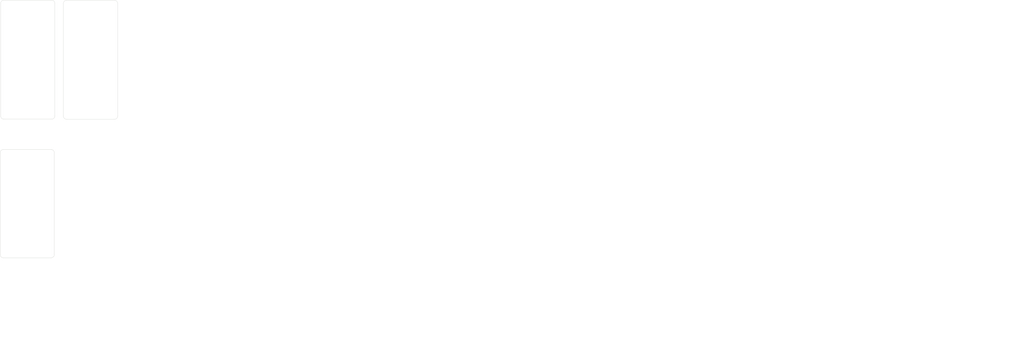
<source format=kicad_pcb>
(kicad_pcb
	(version 20240108)
	(generator "pcbnew")
	(generator_version "8.0")
	(general
		(thickness 1.6)
		(legacy_teardrops no)
	)
	(paper "A2")
	(layers
		(0 "F.Cu" signal)
		(31 "B.Cu" signal)
		(32 "B.Adhes" user "B.Adhesive")
		(33 "F.Adhes" user "F.Adhesive")
		(34 "B.Paste" user)
		(35 "F.Paste" user)
		(36 "B.SilkS" user "B.Silkscreen")
		(37 "F.SilkS" user "F.Silkscreen")
		(38 "B.Mask" user)
		(39 "F.Mask" user)
		(40 "Dwgs.User" user "User.Drawings")
		(41 "Cmts.User" user "User.Comments")
		(42 "Eco1.User" user "User.Eco1")
		(43 "Eco2.User" user "User.Eco2")
		(44 "Edge.Cuts" user)
		(45 "Margin" user)
		(46 "B.CrtYd" user "B.Courtyard")
		(47 "F.CrtYd" user "F.Courtyard")
		(48 "B.Fab" user)
		(49 "F.Fab" user)
		(50 "User.1" user)
		(51 "User.2" user)
		(52 "User.3" user)
		(53 "User.4" user)
		(54 "User.5" user)
		(55 "User.6" user)
		(56 "User.7" user)
		(57 "User.8" user)
		(58 "User.9" user)
	)
	(setup
		(pad_to_mask_clearance 0)
		(allow_soldermask_bridges_in_footprints no)
		(pcbplotparams
			(layerselection 0x00010fc_ffffffff)
			(plot_on_all_layers_selection 0x0000000_00000000)
			(disableapertmacros no)
			(usegerberextensions no)
			(usegerberattributes yes)
			(usegerberadvancedattributes yes)
			(creategerberjobfile yes)
			(dashed_line_dash_ratio 12.000000)
			(dashed_line_gap_ratio 3.000000)
			(svgprecision 4)
			(plotframeref no)
			(viasonmask no)
			(mode 1)
			(useauxorigin no)
			(hpglpennumber 1)
			(hpglpenspeed 20)
			(hpglpendiameter 15.000000)
			(pdf_front_fp_property_popups yes)
			(pdf_back_fp_property_popups yes)
			(dxfpolygonmode yes)
			(dxfimperialunits yes)
			(dxfusepcbnewfont yes)
			(psnegative no)
			(psa4output no)
			(plotreference yes)
			(plotvalue yes)
			(plotfptext yes)
			(plotinvisibletext no)
			(sketchpadsonfab no)
			(subtractmaskfromsilk no)
			(outputformat 1)
			(mirror no)
			(drillshape 1)
			(scaleselection 1)
			(outputdirectory "")
		)
	)
	(net 0 "")
	(gr_line
		(start 82.12132 254.37868)
		(end 82.12132 269.37868)
		(stroke
			(width 0.2)
			(type default)
		)
		(layer "Cmts.User")
		(uuid "010ada0f-3c47-42d2-b016-05afddae10fa")
	)
	(gr_arc
		(start 123.5 131)
		(mid 123.939346 129.939346)
		(end 125 129.5)
		(stroke
			(width 0.2)
			(type default)
		)
		(layer "Cmts.User")
		(uuid "01f678ae-d629-4988-9ae9-94799b4cfbbe")
	)
	(gr_arc
		(start 872 105)
		(mid 870.93934 104.56066)
		(end 870.5 103.5)
		(stroke
			(width 0.2)
			(type default)
		)
		(layer "Cmts.User")
		(uuid "02dcccea-48cc-49cc-8e22-a89bab06f319")
	)
	(gr_line
		(start 954.499999 74.5)
		(end 954.499999 67.5)
		(stroke
			(width 0.2)
			(type default)
		)
		(layer "Cmts.User")
		(uuid "03246d48-5b67-4599-906d-2246035c5956")
	)
	(gr_line
		(start 971.5 324.999999)
		(end 956.5 324.999999)
		(stroke
			(width 0.2)
			(type default)
		)
		(layer "Cmts.User")
		(uuid "03e07fef-b872-4d74-a9f0-fbf657dc5964")
	)
	(gr_line
		(start 971 76)
		(end 956 76)
		(stroke
			(width 0.2)
			(type default)
		)
		(layer "Cmts.User")
		(uuid "049c5929-8519-4e6e-af5d-b6aa88df09e4")
	)
	(gr_circle
		(center 75.621321 76.37868)
		(end 83.621321 76.37868)
		(stroke
			(width 0.2)
			(type default)
		)
		(fill none)
		(layer "Cmts.User")
		(uuid "0508719a-c0d4-4777-b250-2ac83fe02103")
	)
	(gr_circle
		(center 74.62132 261.87868)
		(end 82.12132 261.87868)
		(stroke
			(width 0.2)
			(type default)
		)
		(fill none)
		(layer "Cmts.User")
		(uuid "050da405-7ea7-46f0-bde5-375076c18742")
	)
	(gr_arc
		(start 43.12132 139.37868)
		(mid 42.06066 138.93934)
		(end 41.62132 137.87868)
		(stroke
			(width 0.2)
			(type default)
		)
		(layer "Cmts.User")
		(uuid "05189f98-b8c5-42ca-b567-7208b72ce91e")
	)
	(gr_circle
		(center 888.64622 237.5)
		(end 899.64622 237.5)
		(stroke
			(width 0.2)
			(type default)
		)
		(fill none)
		(layer "Cmts.User")
		(uuid "0639de9f-36f7-477d-a8d3-0e8894e19d2d")
	)
	(gr_arc
		(start 58.62132 226.37868)
		(mid 58.18198 227.43934)
		(end 57.12132 227.87868)
		(stroke
			(width 0.2)
			(type default)
		)
		(layer "Cmts.User")
		(uuid "06daa027-1f8a-4c08-a994-9471511efe6c")
	)
	(gr_line
		(start 40.62132 186.37868)
		(end 40.62132 179.37868)
		(stroke
			(width 0.2)
			(type default)
		)
		(layer "Cmts.User")
		(uuid "07a73ef5-52cd-463b-8db2-6ab64f565449")
	)
	(gr_line
		(start 931.5 331.5)
		(end 946.5 331.5)
		(stroke
			(width 0.2)
			(type default)
		)
		(layer "Cmts.User")
		(uuid "07c00d45-e003-48f0-98c7-1c1cb7b0de20")
	)
	(gr_circle
		(center 107.499999 134.5)
		(end 99.499999 134.5)
		(stroke
			(width 0.2)
			(type default)
		)
		(fill none)
		(layer "Cmts.User")
		(uuid "07d0c3e0-6ac8-4740-945c-554d6d1a154b")
	)
	(gr_arc
		(start 866.5 253)
		(mid 867.37868 250.87868)
		(end 869.5 250)
		(stroke
			(width 0.25)
			(type default)
		)
		(layer "Cmts.User")
		(uuid "08bd8f1c-afa2-4c11-818d-2414a16125c9")
	)
	(gr_arc
		(start 955.75 193.5)
		(mid 956.81066 193.93934)
		(end 957.25 195)
		(stroke
			(width 0.25)
			(type default)
		)
		(layer "Cmts.User")
		(uuid "08c84a20-eab9-4bc2-9887-e2e5bd64ca0a")
	)
	(gr_line
		(start 866.5 61.5)
		(end 866.5 165.5)
		(stroke
			(width 0.25)
			(type default)
		)
		(layer "Cmts.User")
		(uuid "08da1a03-0c88-49d0-80d5-633b85074c10")
	)
	(gr_line
		(start 948 316.5)
		(end 948 323.5)
		(stroke
			(width 0.2)
			(type default)
		)
		(layer "Cmts.User")
		(uuid "08fa37db-012a-4de4-987b-0a598859cd95")
	)
	(gr_line
		(start 42.12132 217.87868)
		(end 42.12132 217.878679)
		(stroke
			(width 0.2)
			(type default)
		)
		(layer "Cmts.User")
		(uuid "0943e66b-2d9c-4df8-8849-539adf573cc1")
	)
	(gr_arc
		(start 973.5 58.5)
		(mid 975.62132 59.37868)
		(end 976.5 61.5)
		(stroke
			(width 0.25)
			(type default)
		)
		(layer "Cmts.User")
		(uuid "09713680-c948-4f41-9afc-519115051977")
	)
	(gr_line
		(start 931 185.5)
		(end 912 185.5)
		(stroke
			(width 0.2)
			(type default)
		)
		(layer "Cmts.User")
		(uuid "099e7ff6-c285-42da-8fc6-09df7d68b903")
	)
	(gr_arc
		(start 42.12132 187.878679)
		(mid 41.060661 187.439339)
		(end 40.62132 186.37868)
		(stroke
			(width 0.2)
			(type default)
		)
		(layer "Cmts.User")
		(uuid "09b0e2dc-5b58-4c03-87b9-dafa88b70b5c")
	)
	(gr_arc
		(start 83.62132 206.37868)
		(mid 83.181974 207.439334)
		(end 82.12132 207.87868)
		(stroke
			(width 0.2)
			(type default)
		)
		(layer "Cmts.User")
		(uuid "0aadb70a-ee1c-4b26-9c33-dbb6df4b0ff2")
	)
	(gr_arc
		(start 888 283.5)
		(mid 887.56066 284.56066)
		(end 886.5 285)
		(stroke
			(width 0.2)
			(type default)
		)
		(layer "Cmts.User")
		(uuid "0bbb94b7-da31-47ea-9dc6-1ef6bb30f420")
	)
	(gr_line
		(start 67.12132 237.87868)
		(end 67.12132 237.878679)
		(stroke
			(width 0.2)
			(type default)
		)
		(layer "Cmts.User")
		(uuid "0c8fea2a-3ecf-4b9f-b282-718123eedea1")
	)
	(gr_line
		(start 41.621319 108.87868)
		(end 41.621319 101.87868)
		(stroke
			(width 0.2)
			(type default)
		)
		(layer "Cmts.User")
		(uuid "0ce4f10f-b8c4-455e-98d1-3054b463c634")
	)
	(gr_arc
		(start 896.5 264.999999)
		(mid 895.439341 264.560659)
		(end 895 263.5)
		(stroke
			(width 0.2)
			(type default)
		)
		(layer "Cmts.User")
		(uuid "0d9f0a51-18c2-4921-a1f0-374297752dca")
	)
	(gr_line
		(start 123.5 44)
		(end 123.5 51)
		(stroke
			(width 0.2)
			(type default)
		)
		(layer "Cmts.User")
		(uuid "0e17d34d-a5b8-4a7c-8c10-31d02a0f69ab")
	)
	(gr_arc
		(start 916.5 165.5)
		(mid 915.62132 167.62132)
		(end 913.5 168.5)
		(stroke
			(width 0.25)
			(type default)
		)
		(layer "Cmts.User")
		(uuid "0e29a123-1c99-4c2e-b2e0-d592de7bef7e")
	)
	(gr_line
		(start 141.5 109)
		(end 141.500001 109)
		(stroke
			(width 0.2)
			(type default)
		)
		(layer "Cmts.User")
		(uuid "0e4c5cf8-edc3-435a-9b97-072dda11def0")
	)
	(gr_line
		(start 946.5 285)
		(end 946.5 284.999999)
		(stroke
			(width 0.2)
			(type default)
		)
		(layer "Cmts.User")
		(uuid "0ed3601a-ba44-4e9c-96dd-c701ccb22865")
	)
	(gr_arc
		(start 888.5 161.5)
		(mid 888.06066 162.56066)
		(end 887 163)
		(stroke
			(width 0.2)
			(type default)
		)
		(layer "Cmts.User")
		(uuid "0f6fef96-124e-4b58-9c06-a6616d0c4a6a")
	)
	(gr_line
		(start 954.5 132.5)
		(end 954.499999 132.5)
		(stroke
			(width 0.2)
			(type default)
		)
		(layer "Cmts.User")
		(uuid "106f5be7-6aa7-433c-b7cb-9f07c559100f")
	)
	(gr_line
		(start 83.62132 179.37868)
		(end 83.62132 186.37868)
		(stroke
			(width 0.2)
			(type default)
		)
		(layer "Cmts.User")
		(uuid "10ce9b3b-f7cb-479b-b3d2-cda301261342")
	)
	(gr_arc
		(start 870.499999 125.5)
		(mid 870.939339 124.439339)
		(end 872 124)
		(stroke
			(width 0.2)
			(type default)
		)
		(layer "Cmts.User")
		(uuid "10e7a1c3-eace-4609-819d-d88bf1a66fe0")
	)
	(gr_line
		(start 911.5 305)
		(end 911.5 304.999999)
		(stroke
			(width 0.2)
			(type default)
		)
		(layer "Cmts.User")
		(uuid "11d908f3-f1ea-44bb-91d7-05fd2eabc2ae")
	)
	(gr_line
		(start 886.5 265)
		(end 886.5 264.999999)
		(stroke
			(width 0.2)
			(type default)
		)
		(layer "Cmts.User")
		(uuid "12f00211-dece-4534-9888-2db5d2988c6b")
	)
	(gr_line
		(start 871.5 346.5)
		(end 871.5 331.5)
		(stroke
			(width 0.2)
			(type default)
		)
		(layer "Cmts.User")
		(uuid "13d42e8e-8ca9-4b18-af96-d43323bfdef2")
	)
	(gr_line
		(start 956.5 315)
		(end 956.5 314.999999)
		(stroke
			(width 0.2)
			(type default)
		)
		(layer "Cmts.User")
		(uuid "14112978-11a6-4e56-be68-1cf30f906b4f")
	)
	(gr_line
		(start 870 323.5)
		(end 870 316.5)
		(stroke
			(width 0.2)
			(type default)
		)
		(layer "Cmts.User")
		(uuid "1426584e-16bd-41ce-8823-bfbc15391281")
	)
	(gr_line
		(start 67.12132 177.87868)
		(end 67.12132 177.878679)
		(stroke
			(width 0.2)
			(type default)
		)
		(layer "Cmts.User")
		(uuid "14348b3f-90fd-4435-ab2f-1a8203b03912")
	)
	(gr_arc
		(start 981.5 350.5)
		(mid 980.62132 352.62132)
		(end 978.5 353.5)
		(stroke
			(width 0.25)
			(type default)
		)
		(layer "Cmts.User")
		(uuid "152a11ba-8f43-4074-b667-016a0229d4ef")
	)
	(gr_line
		(start 926.5 253)
		(end 926.5 347)
		(stroke
			(width 0.25)
			(type default)
		)
		(layer "Cmts.User")
		(uuid "16225a37-196d-496d-8067-42b60ae927d8")
	)
	(gr_line
		(start 82.12132 207.87868)
		(end 82.12132 207.878679)
		(stroke
			(width 0.2)
			(type default)
		)
		(layer "Cmts.User")
		(uuid "1655daed-5e8d-4df0-b807-649f3c9bbea2")
	)
	(gr_arc
		(start 956 105)
		(mid 954.93934 104.56066)
		(end 954.5 103.5)
		(stroke
			(width 0.2)
			(type default)
		)
		(layer "Cmts.User")
		(uuid "16efba6e-de92-4413-929f-c4acb23869b8")
	)
	(gr_line
		(start 971 163)
		(end 956 163)
		(stroke
			(width 0.2)
			(type default)
		)
		(layer "Cmts.User")
		(uuid "172046e0-272d-4745-9210-1b8a1871a286")
	)
	(gr_arc
		(start 67.12132 247.878679)
		(mid 66.060641 247.439348)
		(end 65.62132 246.37868)
		(stroke
			(width 0.2)
			(type default)
		)
		(layer "Cmts.User")
		(uuid "17efdd48-59cb-4bb8-b4d5-995a4833e642")
	)
	(gr_arc
		(start 913.5 250)
		(mid 915.62132 250.87868)
		(end 916.5 253)
		(stroke
			(width 0.25)
			(type default)
		)
		(layer "Cmts.User")
		(uuid "18d44fca-72ae-4300-8f08-034f585dd5dd")
	)
	(gr_arc
		(start 140 42.5)
		(mid 141.060661 42.939339)
		(end 141.500001 44)
		(stroke
			(width 0.2)
			(type default)
		)
		(layer "Cmts.User")
		(uuid "1a045d27-6965-4320-82b4-b005ed12a32b")
	)
	(gr_line
		(start 946.5 264.999999)
		(end 931.5 264.999999)
		(stroke
			(width 0.2)
			(type default)
		)
		(layer "Cmts.User")
		(uuid "1a2c0110-0d1d-4e7f-a1cf-3adfb36a15cb")
	)
	(gr_arc
		(start 58.12132 100.37868)
		(mid 59.181974 100.818026)
		(end 59.62132 101.87868)
		(stroke
			(width 0.2)
			(type default)
		)
		(layer "Cmts.User")
		(uuid "1a8229d9-a852-491a-b75a-1fb076007eab")
	)
	(gr_line
		(start 912 173.5)
		(end 931 173.5)
		(stroke
			(width 0.2)
			(type default)
		)
		(layer "Cmts.User")
		(uuid "1ac3e7bc-6a70-45f5-adf7-ed05aee61689")
	)
	(gr_line
		(start 948 296.5)
		(end 948 303.5)
		(stroke
			(width 0.2)
			(type default)
		)
		(layer "Cmts.User")
		(uuid "1ac5f777-a32e-4be4-bac0-dba00a7fca97")
	)
	(gr_arc
		(start 40.62132 219.37868)
		(mid 41.06066 218.31802)
		(end 42.12132 217.87868)
		(stroke
			(width 0.2)
			(type default)
		)
		(layer "Cmts.User")
		(uuid "1b549c83-f319-4a19-896c-129574594150")
	)
	(gr_arc
		(start 973 323.5)
		(mid 972.56066 324.56066)
		(end 971.5 325)
		(stroke
			(width 0.2)
			(type default)
		)
		(layer "Cmts.User")
		(uuid "1c228244-ac7e-44f5-a5b9-0f671fa96e08")
	)
	(gr_line
		(start 886.5 304.999999)
		(end 871.5 304.999999)
		(stroke
			(width 0.2)
			(type default)
		)
		(layer "Cmts.User")
		(uuid "1c70b3ba-28b2-45b0-acd7-c30ae65ce36c")
	)
	(gr_line
		(start 872 153)
		(end 887 153)
		(stroke
			(width 0.2)
			(type default)
		)
		(layer "Cmts.User")
		(uuid "1e25953e-813c-451c-a1a8-e8ca046d450a")
	)
	(gr_line
		(start 948 276.5)
		(end 948 283.5)
		(stroke
			(width 0.2)
			(type default)
		)
		(layer "Cmts.User")
		(uuid "1e549960-6a92-4962-92d7-9ce67235b40a")
	)
	(gr_arc
		(start 57.12132 177.878679)
		(mid 58.181961 178.318027)
		(end 58.62132 179.37868)
		(stroke
			(width 0.2)
			(type default)
		)
		(layer "Cmts.User")
		(uuid "1ebbba27-50c3-47d2-899a-b8dc4713312e")
	)
	(gr_circle
		(center 938.5 100)
		(end 946.5 100)
		(stroke
			(width 0.2)
			(type default)
		)
		(fill none)
		(layer "Cmts.User")
		(uuid "1f401141-6e69-4235-b41e-dbcea3ae7e51")
	)
	(gr_line
		(start 888 276.5)
		(end 888 283.5)
		(stroke
			(width 0.2)
			(type default)
		)
		(layer "Cmts.User")
		(uuid "1f4d2bef-6c7b-4117-bf44-f73ef0655773")
	)
	(gr_line
		(start 42.12132 237.878679)
		(end 57.12132 237.878679)
		(stroke
			(width 0.2)
			(type default)
		)
		(layer "Cmts.User")
		(uuid "1f5c1664-7dcd-4c51-9090-465394ca6ef8")
	)
	(gr_arc
		(start 140 71.5)
		(mid 141.060661 71.939339)
		(end 141.500001 73)
		(stroke
			(width 0.2)
			(type default)
		)
		(layer "Cmts.User")
		(uuid "1f663446-a86d-45b8-aeee-a8438bfd9a36")
	)
	(gr_line
		(start 871.5 314.999999)
		(end 886.5 314.999999)
		(stroke
			(width 0.2)
			(type default)
		)
		(layer "Cmts.User")
		(uuid "1fd0ccec-c624-40b4-af88-11c945d41c91")
	)
	(gr_line
		(start 888 316.5)
		(end 888 323.5)
		(stroke
			(width 0.2)
			(type default)
		)
		(layer "Cmts.User")
		(uuid "1fecc872-5a33-4836-894e-24eddd30cb3d")
	)
	(gr_line
		(start 59.62132 101.87868)
		(end 59.62132 108.87868)
		(stroke
			(width 0.2)
			(type default)
		)
		(layer "Cmts.User")
		(uuid "202f2e08-e657-405c-9e03-ec282a59259e")
	)
	(gr_arc
		(start 58.62132 206.37868)
		(mid 58.18198 207.43934)
		(end 57.12132 207.87868)
		(stroke
			(width 0.2)
			(type default)
		)
		(layer "Cmts.User")
		(uuid "2044517c-1fa7-482f-8feb-0d7fdab807d6")
	)
	(gr_line
		(start 895 303.5)
		(end 895 296.5)
		(stroke
			(width 0.2)
			(type default)
		)
		(layer "Cmts.User")
		(uuid "206cb54b-dd2c-4edd-b08a-efbb5fcb4f89")
	)
	(gr_line
		(start 971 105)
		(end 956 105)
		(stroke
			(width 0.2)
			(type default)
		)
		(layer "Cmts.User")
		(uuid "209e2dd8-8597-41ce-9609-85766623cdce")
	)
	(gr_arc
		(start 895 316.5)
		(mid 895.43934 315.43934)
		(end 896.5 315)
		(stroke
			(width 0.2)
			(type default)
		)
		(layer "Cmts.User")
		(uuid "212c9b93-81ed-4ce4-945c-ea6794279a09")
	)
	(gr_line
		(start 82.12132 269.37868)
		(end 67.12132 269.37868)
		(stroke
			(width 0.2)
			(type default)
		)
		(layer "Cmts.User")
		(uuid "21390344-96a3-4e79-8630-8c2b3aee25dc")
	)
	(gr_arc
		(start 955 296.5)
		(mid 955.43934 295.43934)
		(end 956.5 295)
		(stroke
			(width 0.2)
			(type default)
		)
		(layer "Cmts.User")
		(uuid "220132a7-069f-4968-9e84-e57c8288ee5c")
	)
	(gr_line
		(start 871.5 331.5)
		(end 886.5 331.5)
		(stroke
			(width 0.2)
			(type default)
		)
		(layer "Cmts.User")
		(uuid "22b6c4a5-9f37-4e46-9340-ca10443f8e3f")
	)
	(gr_line
		(start 67.12132 237.878679)
		(end 82.12132 237.878679)
		(stroke
			(width 0.2)
			(type default)
		)
		(layer "Cmts.User")
		(uuid "22b8f9da-2d9f-455d-bfbd-0a8cab539b71")
	)
	(gr_line
		(start 42.12132 254.37868)
		(end 57.12132 254.37868)
		(stroke
			(width 0.2)
			(type default)
		)
		(layer "Cmts.User")
		(uuid "2315dccd-b036-4a69-8bbc-2de625dfd420")
	)
	(gr_arc
		(start 40.62132 199.37868)
		(mid 41.06066 198.31802)
		(end 42.12132 197.87868)
		(stroke
			(width 0.2)
			(type default)
		)
		(layer "Cmts.User")
		(uuid "239c37c9-fcc8-487b-bc3b-1785d904d960")
	)
	(gr_line
		(start 954.5 103.5)
		(end 954.499999 103.5)
		(stroke
			(width 0.2)
			(type default)
		)
		(layer "Cmts.User")
		(uuid "23dd7d72-ff76-4968-b8ff-07a11d9c86bf")
	)
	(gr_circle
		(center 904 339)
		(end 911.5 339)
		(stroke
			(width 0.2)
			(type default)
		)
		(fill none)
		(layer "Cmts.User")
		(uuid "2402bc81-2b5a-468b-b078-bbe5d73c8c6a")
	)
	(gr_line
		(start 57.12132 207.878679)
		(end 42.12132 207.878679)
		(stroke
			(width 0.2)
			(type default)
		)
		(layer "Cmts.User")
		(uuid "24ac0bbf-50a7-4f8e-9979-daa5eb179def")
	)
	(gr_arc
		(start 954.499999 96.5)
		(mid 954.939339 95.439339)
		(end 956 95)
		(stroke
			(width 0.2)
			(type default)
		)
		(layer "Cmts.User")
		(uuid "24b992f0-3514-4e1b-8ed1-68a01892018d")
	)
	(gr_line
		(start 58.62132 219.37868)
		(end 58.62132 226.37868)
		(stroke
			(width 0.2)
			(type default)
		)
		(layer "Cmts.User")
		(uuid "25f2b13d-f18f-46c4-8580-a038152554e3")
	)
	(gr_line
		(start 67.12132 197.87868)
		(end 67.12132 197.878679)
		(stroke
			(width 0.2)
			(type default)
		)
		(layer "Cmts.User")
		(uuid "267d50d0-b3e0-4253-bc86-3e871045f2bd")
	)
	(gr_line
		(start 82.12132 247.87868)
		(end 82.12132 247.878679)
		(stroke
			(width 0.2)
			(type default)
		)
		(layer "Cmts.User")
		(uuid "26b899ca-48c1-449c-9f84-5595f9f4b765")
	)
	(gr_line
		(start 888.5 96.5)
		(end 888.5 103.5)
		(stroke
			(width 0.2)
			(type default)
		)
		(layer "Cmts.User")
		(uuid "2718119a-1dd2-48e8-b659-ef7a03a30495")
	)
	(gr_arc
		(start 82.12132 197.878679)
		(mid 83.181961 198.318027)
		(end 83.62132 199.37868)
		(stroke
			(width 0.2)
			(type default)
		)
		(layer "Cmts.User")
		(uuid "273b6de4-4e84-4a1c-860d-f106443f9d69")
	)
	(gr_line
		(start 976.5 165.5)
		(end 976.5 61.5)
		(stroke
			(width 0.25)
			(type default)
		)
		(layer "Cmts.User")
		(uuid "28362fad-efd9-4951-8d4c-4cbdadb7a95a")
	)
	(gr_arc
		(start 40.62132 239.37868)
		(mid 41.06066 238.31802)
		(end 42.12132 237.87868)
		(stroke
			(width 0.2)
			(type default)
		)
		(layer "Cmts.User")
		(uuid "29a5d3e3-ece6-4d86-acc9-9d3beaa4bcce")
	)
	(gr_line
		(start 946.5 331.5)
		(end 946.5 346.5)
		(stroke
			(width 0.2)
			(type default)
		)
		(layer "Cmts.User")
		(uuid "2a9adecc-a6bd-4aa4-9126-8bf50c59ef58")
	)
	(gr_line
		(start 886.5 305)
		(end 886.5 304.999999)
		(stroke
			(width 0.2)
			(type default)
		)
		(layer "Cmts.User")
		(uuid "2aa0ebdb-5af6-482a-9a8a-5b5ddb005c10")
	)
	(gr_arc
		(start 59.62132 108.87868)
		(mid 59.18198 109.93934)
		(end 58.12132 110.37868)
		(stroke
			(width 0.2)
			(type default)
		)
		(layer "Cmts.User")
		(uuid "2acdfa3e-c4dd-4016-92f6-1560e90c82fd")
	)
	(gr_arc
		(start 83.62132 226.37868)
		(mid 83.181974 227.439334)
		(end 82.12132 227.87868)
		(stroke
			(width 0.2)
			(type default)
		)
		(layer "Cmts.User")
		(uuid "2ad6763d-4525-475b-87f1-62eeb8b31aee")
	)
	(gr_line
		(start 123.5 102)
		(end 123.5 109)
		(stroke
			(width 0.2)
			(type default)
		)
		(layer "Cmts.User")
		(uuid "2b77fe12-12bc-4255-a8a5-735a916eadf1")
	)
	(gr_line
		(start 896.5 294.999999)
		(end 911.5 294.999999)
		(stroke
			(width 0.2)
			(type default)
		)
		(layer "Cmts.User")
		(uuid "2c04721f-0175-4455-bfcb-61b15407e4f0")
	)
	(gr_line
		(start 946.5 324.999999)
		(end 931.5 324.999999)
		(stroke
			(width 0.2)
			(type default)
		)
		(layer "Cmts.User")
		(uuid "2cb778bb-a681-40b9-a5ab-bf171d6c01e2")
	)
	(gr_line
		(start 973 256.5)
		(end 973 263.5)
		(stroke
			(width 0.2)
			(type default)
		)
		(layer "Cmts.User")
		(uuid "2cd605a2-2d30-48b7-82d4-56a8195581f0")
	)
	(gr_line
		(start 41.62132 137.87868)
		(end 41.621319 137.87868)
		(stroke
			(width 0.2)
			(type default)
		)
		(layer "Cmts.User")
		(uuid "2d2c5068-079c-45a9-98ce-746b88740f95")
	)
	(gr_arc
		(start 931.5 284.999999)
		(mid 930.439341 284.560659)
		(end 930 283.5)
		(stroke
			(width 0.2)
			(type default)
		)
		(layer "Cmts.User")
		(uuid "2d34f7ab-71f5-4b05-bdae-adb33498098f")
	)
	(gr_arc
		(start 870 296.5)
		(mid 870.43934 295.43934)
		(end 871.5 295)
		(stroke
			(width 0.2)
			(type default)
		)
		(layer "Cmts.User")
		(uuid "2e2d26f4-6d32-4a72-a198-508c16738bf4")
	)
	(gr_line
		(start 866.5 244.5)
		(end 866.5 174.5)
		(stroke
			(width 0.25)
			(type default)
		)
		(layer "Cmts.User")
		(uuid "2eb4f014-f58b-454c-b4e6-8ee0fdcb5b9d")
	)
	(gr_line
		(start 41.62132 50.87868)
		(end 41.621319 50.87868)
		(stroke
			(width 0.2)
			(type default)
		)
		(layer "Cmts.User")
		(uuid "2eea2c1a-f115-4aa0-a558-0360f1a1f3d8")
	)
	(gr_line
		(start 42.12132 217.878679)
		(end 57.12132 217.878679)
		(stroke
			(width 0.2)
			(type default)
		)
		(layer "Cmts.User")
		(uuid "2f902f6c-15a6-4213-b2ae-b180c5b21f85")
	)
	(gr_line
		(start 41.62132 79.87868)
		(end 41.621319 79.87868)
		(stroke
			(width 0.2)
			(type default)
		)
		(layer "Cmts.User")
		(uuid "2fe783d1-2912-41af-b551-f68cc59ed6c5")
	)
	(gr_line
		(start 931.5 315)
		(end 931.5 314.999999)
		(stroke
			(width 0.2)
			(type default)
		)
		(layer "Cmts.User")
		(uuid "2ff4ce8a-5b61-43e9-8ee4-451ddb7e364e")
	)
	(gr_line
		(start 67.12132 217.878679)
		(end 82.12132 217.878679)
		(stroke
			(width 0.2)
			(type default)
		)
		(layer "Cmts.User")
		(uuid "3034047e-b1cc-4e74-9a02-755a50bdd658")
	)
	(gr_line
		(start 40.62132 246.37868)
		(end 40.62132 239.37868)
		(stroke
			(width 0.2)
			(type default)
		)
		(layer "Cmts.User")
		(uuid "30a3191f-24f6-414f-a079-6c8c20a419d4")
	)
	(gr_arc
		(start 58.12132 129.37868)
		(mid 59.181974 129.818026)
		(end 59.62132 130.87868)
		(stroke
			(width 0.2)
			(type default)
		)
		(layer "Cmts.User")
		(uuid "30b50570-79e3-4642-b16b-b1366dbd0165")
	)
	(gr_line
		(start 895 263.5)
		(end 895 256.5)
		(stroke
			(width 0.2)
			(type default)
		)
		(layer "Cmts.User")
		(uuid "3170ea62-e60d-4181-bf15-06ac5337dc79")
	)
	(gr_arc
		(start 973.5 171.5)
		(mid 975.62132 172.37868)
		(end 976.5 174.5)
		(stroke
			(width 0.25)
			(type default)
		)
		(layer "Cmts.User")
		(uuid "32beb01b-bf2f-47b7-98d7-53524e8a939f")
	)
	(gr_line
		(start 870 283.5)
		(end 870 276.5)
		(stroke
			(width 0.2)
			(type default)
		)
		(layer "Cmts.User")
		(uuid "330d4615-2013-4f97-b46e-f1c0e2db6b7a")
	)
	(gr_line
		(start 911.5 265)
		(end 911.5 264.999999)
		(stroke
			(width 0.2)
			(type default)
		)
		(layer "Cmts.User")
		(uuid "33157c5b-7eeb-4636-887e-2a99413aef1a")
	)
	(gr_arc
		(start 140 100.5)
		(mid 141.060661 100.939339)
		(end 141.500001 102)
		(stroke
			(width 0.2)
			(type default)
		)
		(layer "Cmts.User")
		(uuid "33222a04-dc71-425f-a4d8-a04bedb24a80")
	)
	(gr_line
		(start 888.5 154.5)
		(end 888.5 161.5)
		(stroke
			(width 0.2)
			(type default)
		)
		(layer "Cmts.User")
		(uuid "334a81ec-0884-4c76-9263-e969d74f2430")
	)
	(gr_line
		(start 954.499999 161.5)
		(end 954.499999 154.5)
		(stroke
			(width 0.2)
			(type default)
		)
		(layer "Cmts.User")
		(uuid "33ae1ba0-1cc3-44db-bc42-bfc0c7eaebe9")
	)
	(gr_line
		(start 869.5 171.5)
		(end 973.5 171.5)
		(stroke
			(width 0.25)
			(type default)
		)
		(layer "Cmts.User")
		(uuid "3421fdfd-206c-4619-aa18-f3baccff6c07")
	)
	(gr_line
		(start 57.12132 227.87868)
		(end 57.12132 227.878679)
		(stroke
			(width 0.2)
			(type default)
		)
		(layer "Cmts.User")
		(uuid "34ea562c-e11d-4496-87b0-91e0d1aa9e5e")
	)
	(gr_line
		(start 956.5 295)
		(end 956.5 294.999999)
		(stroke
			(width 0.2)
			(type default)
		)
		(layer "Cmts.User")
		(uuid "35388422-29d4-4420-b5c7-628c4c759fdc")
	)
	(gr_arc
		(start 57.12132 237.878679)
		(mid 58.181961 238.318027)
		(end 58.62132 239.37868)
		(stroke
			(width 0.2)
			(type default)
		)
		(layer "Cmts.User")
		(uuid "35995999-4de0-4c5f-8268-16cc9b31c5ba")
	)
	(gr_line
		(start 932.5 233.3066)
		(end 932.5 242.3006)
		(stroke
			(width 0.2)
			(type default)
		)
		(layer "Cmts.User")
		(uuid "362658f8-2246-4204-90fb-bebf91f0b085")
	)
	(gr_line
		(start 896.5 331.5)
		(end 896.5 346.5)
		(stroke
			(width 0.2)
			(type default)
		)
		(layer "Cmts.User")
		(uuid "363e669e-0617-424f-a603-14f741a03a2d")
	)
	(gr_arc
		(start 946.5 274.999999)
		(mid 947.560661 275.439339)
		(end 948 276.5)
		(stroke
			(width 0.2)
			(type default)
		)
		(layer "Cmts.User")
		(uuid "3758a893-ea80-4248-8137-52f01af3eafb")
	)
	(gr_line
		(start 59.62132 43.87868)
		(end 59.62132 50.87868)
		(stroke
			(width 0.2)
			(type default)
		)
		(layer "Cmts.User")
		(uuid "375d2435-fbaa-4350-9f90-0e488b912dce")
	)
	(gr_arc
		(start 141.5 138)
		(mid 141.06066 139.06066)
		(end 140 139.5)
		(stroke
			(width 0.2)
			(type default)
		)
		(layer "Cmts.User")
		(uuid "37a393b2-11fa-4258-8b15-7083f6e9b766")
	)
	(gr_arc
		(start 926.5 61.5)
		(mid 927.37868 59.37868)
		(end 929.5 58.5)
		(stroke
			(width 0.25)
			(type default)
		)
		(layer "Cmts.User")
		(uuid "3867b700-ff9b-4483-818c-99eb6239d895")
	)
	(gr_line
		(start 57.12132 269.37868)
		(end 42.12132 269.37868)
		(stroke
			(width 0.2)
			(type default)
		)
		(layer "Cmts.User")
		(uuid "38732577-9f36-4ff9-8480-96edbc9bee00")
	)
	(gr_circle
		(center 107.499999 76.5)
		(end 99.499999 76.5)
		(stroke
			(width 0.2)
			(type default)
		)
		(fill none)
		(layer "Cmts.User")
		(uuid "3a80a1bd-2c09-4644-a153-de71c2aa61f2")
	)
	(gr_arc
		(start 973 283.5)
		(mid 972.56066 284.56066)
		(end 971.5 285)
		(stroke
			(width 0.2)
			(type default)
		)
		(layer "Cmts.User")
		(uuid "3ae975fb-feaf-4138-bab1-c14758afc108")
	)
	(gr_arc
		(start 911.5 254.999999)
		(mid 912.560661 255.439339)
		(end 913 256.5)
		(stroke
			(width 0.2)
			(type default)
		)
		(layer "Cmts.User")
		(uuid "3ae9c6ee-6a81-4321-8d04-43d324fa124f")
	)
	(gr_line
		(start 971.5 331.5)
		(end 956.5 331.5)
		(stroke
			(width 0.2)
			(type default)
		)
		(layer "Cmts.User")
		(uuid "3b063416-3fa4-4f26-b09a-2998da6bb95b")
	)
	(gr_arc
		(start 972.5 74.5)
		(mid 972.06066 75.56066)
		(end 971 76)
		(stroke
			(width 0.2)
			(type default)
		)
		(layer "Cmts.User")
		(uuid "3e341885-5b91-4ef9-b01c-bba5594c68eb")
	)
	(gr_line
		(start 911.5 325)
		(end 911.5 324.999999)
		(stroke
			(width 0.2)
			(type default)
		)
		(layer "Cmts.User")
		(uuid "3effd9c6-8533-4205-a9f3-76d65672be55")
	)
	(gr_arc
		(start 946.5 294.999999)
		(mid 947.560661 295.439339)
		(end 948 296.5)
		(stroke
			(width 0.2)
			(type default)
		)
		(layer "Cmts.User")
		(uuid "40acbc83-6ed2-474c-a4bd-058cff6896d5")
	)
	(gr_line
		(start 871.5 274.999999)
		(end 886.5 274.999999)
		(stroke
			(width 0.2)
			(type default)
		)
		(layer "Cmts.User")
		(uuid "40eaa4d0-f70c-4c49-a431-b2f30e90e7d3")
	)
	(gr_line
		(start 911.5 324.999999)
		(end 896.5 324.999999)
		(stroke
			(width 0.2)
			(type default)
		)
		(layer "Cmts.User")
		(uuid "4181f35a-4831-4e45-badf-c378635fa2fa")
	)
	(gr_arc
		(start 926.5 253)
		(mid 927.37868 250.87868)
		(end 929.5 250)
		(stroke
			(width 0.25)
			(type default)
		)
		(layer "Cmts.User")
		(uuid "41d42953-e2b3-4b26-815d-57d150fa2b3e")
	)
	(gr_line
		(start 43.12132 129.37868)
		(end 58.12132 129.37868)
		(stroke
			(width 0.2)
			(type default)
		)
		(layer "Cmts.User")
		(uuid "41d6e2e8-e756-40ea-bfde-ba37606ce321")
	)
	(gr_line
		(start 912 231.800588)
		(end 931 231.800588)
		(stroke
			(width 0.2)
			(type default)
		)
		(layer "Cmts.User")
		(uuid "423c865b-eb89-4c83-8420-ebd638aab3dd")
	)
	(gr_line
		(start 886.5 346.5)
		(end 871.5 346.5)
		(stroke
			(width 0.2)
			(type default)
		)
		(layer "Cmts.User")
		(uuid "424e3d08-72a6-43a8-9a4f-2ffd9150bfb5")
	)
	(gr_line
		(start 886.5 325)
		(end 886.5 324.999999)
		(stroke
			(width 0.2)
			(type default)
		)
		(layer "Cmts.User")
		(uuid "42ea0aad-6245-439e-aaf9-20812278f3dd")
	)
	(gr_arc
		(start 42.12132 227.878679)
		(mid 41.060661 227.439339)
		(end 40.62132 226.37868)
		(stroke
			(width 0.2)
			(type default)
		)
		(layer "Cmts.User")
		(uuid "437da8ec-9c6d-40dc-a827-1f39706fc202")
	)
	(gr_line
		(start 41.621319 137.87868)
		(end 41.621319 130.87868)
		(stroke
			(width 0.2)
			(type default)
		)
		(layer "Cmts.User")
		(uuid "4439223e-a07f-431e-944a-a95d618a3456")
	)
	(gr_line
		(start 913.5 58.5)
		(end 869.5 58.5)
		(stroke
			(width 0.25)
			(type default)
		)
		(layer "Cmts.User")
		(uuid "44ea0fcd-aaed-4a07-9745-89f25e97125e")
	)
	(gr_line
		(start 40.62132 206.37868)
		(end 40.62132 199.37868)
		(stroke
			(width 0.2)
			(type default)
		)
		(layer "Cmts.User")
		(uuid "450247bb-35b5-4f16-9c05-5af96ec3259a")
	)
	(gr_arc
		(start 931.5 304.999999)
		(mid 930.439341 304.560659)
		(end 930 303.5)
		(stroke
			(width 0.2)
			(type default)
		)
		(layer "Cmts.User")
		(uuid "456bd2e3-de50-4b48-8b8a-2ab54497ede3")
	)
	(gr_line
		(start 887 105)
		(end 872 105)
		(stroke
			(width 0.2)
			(type default)
		)
		(layer "Cmts.User")
		(uuid "4578e543-3b5f-49fb-8a4d-99102291bc05")
	)
	(gr_line
		(start 870.5 74.5)
		(end 870.499999 74.5)
		(stroke
			(width 0.2)
			(type default)
		)
		(layer "Cmts.User")
		(uuid "458db6c4-ef17-4d9d-b233-ab9c4e7b5a92")
	)
	(gr_arc
		(start 141.5 109)
		(mid 141.06066 110.06066)
		(end 140 110.5)
		(stroke
			(width 0.2)
			(type default)
		)
		(layer "Cmts.User")
		(uuid "46866176-4aff-4504-991b-b6e645c204f8")
	)
	(gr_arc
		(start 888 263.5)
		(mid 887.56066 264.56066)
		(end 886.5 265)
		(stroke
			(width 0.2)
			(type default)
		)
		(layer "Cmts.User")
		(uuid "475b01f4-0574-4b4f-a385-eefc11f3f8e3")
	)
	(gr_arc
		(start 871.5 304.999999)
		(mid 870.439341 304.560659)
		(end 870 303.5)
		(stroke
			(width 0.2)
			(type default)
		)
		(layer "Cmts.User")
		(uuid "48434b4e-482d-4262-aaa9-9255bc9f13c3")
	)
	(gr_arc
		(start 930 276.5)
		(mid 930.43934 275.43934)
		(end 931.5 275)
		(stroke
			(width 0.2)
			(type default)
		)
		(layer "Cmts.User")
		(uuid "49418440-724c-46cb-8944-5d9e6b446623")
	)
	(gr_line
		(start 896.5 255)
		(end 896.5 254.999999)
		(stroke
			(width 0.2)
			(type default)
		)
		(layer "Cmts.User")
		(uuid "49429055-6172-479f-beda-657b954dda3c")
	)
	(gr_line
		(start 973 276.5)
		(end 973 283.5)
		(stroke
			(width 0.2)
			(type default)
		)
		(layer "Cmts.User")
		(uuid "498427a3-4134-4e26-900b-fe6e19628180")
	)
	(gr_line
		(start 971.5 346.5)
		(end 956.5 346.5)
		(stroke
			(width 0.2)
			(type default)
		)
		(layer "Cmts.User")
		(uuid "4b077f43-da41-401c-b615-ec3ec7396e07")
	)
	(gr_arc
		(start 972.5 103.5)
		(mid 972.06066 104.56066)
		(end 971 105)
		(stroke
			(width 0.2)
			(type default)
		)
		(layer "Cmts.User")
		(uuid "4d1d6d4e-94a2-40d0-86ed-b2a149f4b686")
	)
	(gr_line
		(start 913 256.5)
		(end 913 263.5)
		(stroke
			(width 0.2)
			(type default)
		)
		(layer "Cmts.User")
		(uuid "4d341aaa-a5df-408e-b2b6-a8d8a1aaba8e")
	)
	(gr_line
		(start 972.5 154.5)
		(end 972.5 161.5)
		(stroke
			(width 0.2)
			(type default)
		)
		(layer "Cmts.User")
		(uuid "4d465ff3-b37e-428d-b668-9dfe921a63a4")
	)
	(gr_line
		(start 141.5 51)
		(end 141.500001 51)
		(stroke
			(width 0.2)
			(type default)
		)
		(layer "Cmts.User")
		(uuid "4f2e7848-2d0f-4ba6-9fb9-c8267f1ae2da")
	)
	(gr_circle
		(center 938.5 71)
		(end 946.5 71)
		(stroke
			(width 0.2)
			(type default)
		)
		(fill none)
		(layer "Cmts.User")
		(uuid "4f4db526-f762-4dd1-a707-2e5cf22ed2e1")
	)
	(gr_arc
		(start 911.5 314.999999)
		(mid 912.560661 315.439339)
		(end 913 316.5)
		(stroke
			(width 0.2)
			(type default)
		)
		(layer "Cmts.User")
		(uuid "4f968c38-84cf-488a-912a-dd205399e2ca")
	)
	(gr_line
		(start 42.12132 197.87868)
		(end 42.12132 197.878679)
		(stroke
			(width 0.2)
			(type default)
		)
		(layer "Cmts.User")
		(uuid "4f9eeaf2-7d57-4e5f-aba8-fd111a2f1a33")
	)
	(gr_line
		(start 141.500001 138)
		(end 141.500001 131)
		(stroke
			(width 0.2)
			(type default)
		)
		(layer "Cmts.User")
		(uuid "4feebe04-c43a-49d5-850e-eae50c983862")
	)
	(gr_circle
		(center 954.35378 237.5)
		(end 965.35378 237.5)
		(stroke
			(width 0.2)
			(type default)
		)
		(fill none)
		(layer "Cmts.User")
		(uuid "4ff701df-0941-48fa-af68-67b6295d6850")
	)
	(gr_arc
		(start 955 256.5)
		(mid 955.43934 255.43934)
		(end 956.5 255)
		(stroke
			(width 0.2)
			(type default)
		)
		(layer "Cmts.User")
		(uuid "50390595-664d-4b40-8fdc-e9152ff6b686")
	)
	(gr_arc
		(start 946.5 314.999999)
		(mid 947.560661 315.439339)
		(end 948 316.5)
		(stroke
			(width 0.2)
			(type default)
		)
		(layer "Cmts.User")
		(uuid "50df09df-9ddb-4fee-ae1f-13755a3f590a")
	)
	(gr_line
		(start 885.75 195)
		(end 885.75 220)
		(stroke
			(width 0.25)
			(type default)
		)
		(layer "Cmts.User")
		(uuid "51175350-139c-463e-ba9e-5d500198766a")
	)
	(gr_line
		(start 870.5 161.5)
		(end 870.499999 161.5)
		(stroke
			(width 0.2)
			(type default)
		)
		(layer "Cmts.User")
		(uuid "515c59df-3dcc-4952-93fe-ab85749fae08")
	)
	(gr_line
		(start 67.12132 177.878679)
		(end 82.12132 177.878679)
		(stroke
			(width 0.2)
			(type default)
		)
		(layer "Cmts.User")
		(uuid "51707b5f-7bd0-4dec-a821-a678205b6dd7")
	)
	(gr_line
		(start 971.5 264.999999)
		(end 956.5 264.999999)
		(stroke
			(width 0.2)
			(type default)
		)
		(layer "Cmts.User")
		(uuid "51991d44-fe00-4d88-91b4-cc0de0a22f3b")
	)
	(gr_arc
		(start 58.62132 246.37868)
		(mid 58.18198 247.43934)
		(end 57.12132 247.87868)
		(stroke
			(width 0.2)
			(type default)
		)
		(layer "Cmts.User")
		(uuid "51abc118-d641-422c-931d-2acd00612bfd")
	)
	(gr_arc
		(start 887.25 221.5)
		(mid 886.18934 221.06066)
		(end 885.75 220)
		(stroke
			(width 0.25)
			(type default)
		)
		(layer "Cmts.User")
		(uuid "52071215-0c41-4b6f-a2e4-6162d9d05faf")
	)
	(gr_line
		(start 887.25 221.5)
		(end 915.75 221.5)
		(stroke
			(width 0.25)
			(type default)
		)
		(layer "Cmts.User")
		(uuid "5377ab07-e272-4118-bdd6-ef707bd3ab85")
	)
	(gr_circle
		(center 938.5 158)
		(end 946.5 158)
		(stroke
			(width 0.2)
			(type default)
		)
		(fill none)
		(layer "Cmts.User")
		(uuid "53caca62-6382-4750-afa6-d53ff2421875")
	)
	(gr_line
		(start 895 283.5)
		(end 895 276.5)
		(stroke
			(width 0.2)
			(type default)
		)
		(layer "Cmts.User")
		(uuid "53d64556-1a67-4abe-b5ea-20630b598cc5")
	)
	(gr_line
		(start 57.12132 187.878679)
		(end 42.12132 187.878679)
		(stroke
			(width 0.2)
			(type default)
		)
		(layer "Cmts.User")
		(uuid "53dd36e1-0dc5-4642-a9cd-7f19544c0191")
	)
	(gr_circle
		(center 877.325712 179.5)
		(end 888.325712 179.5)
		(stroke
			(width 0.2)
			(type default)
		)
		(fill none)
		(layer "Cmts.User")
		(uuid "54700166-5cd2-4338-98cc-d3eac46a5722")
	)
	(gr_line
		(start 973 316.5)
		(end 973 323.5)
		(stroke
			(width 0.2)
			(type default)
		)
		(layer "Cmts.User")
		(uuid "549fadaf-a2e1-4927-8585-9584c709825f")
	)
	(gr_arc
		(start 125 52.5)
		(mid 123.93934 52.06066)
		(end 123.5 51)
		(stroke
			(width 0.2)
			(type default)
		)
		(layer "Cmts.User")
		(uuid "54c6a8ae-de1a-4ae6-82cb-a1ebf09c7636")
	)
	(gr_line
		(start 870 303.5)
		(end 870 296.5)
		(stroke
			(width 0.2)
			(type default)
		)
		(layer "Cmts.User")
		(uuid "551e28ba-e447-4e56-aba9-b1b428fc59ad")
	)
	(gr_arc
		(start 871.5 284.999999)
		(mid 870.439341 284.560659)
		(end 870 283.5)
		(stroke
			(width 0.2)
			(type default)
		)
		(layer "Cmts.User")
		(uuid "553a305a-43b6-48c0-bddf-7a077a108bb4")
	)
	(gr_arc
		(start 917.25 220)
		(mid 916.81066 221.06066)
		(end 915.75 221.5)
		(stroke
			(width 0.25)
			(type default)
		)
		(layer "Cmts.User")
		(uuid "55b097bc-22f2-4836-8b6d-7a9d2069729d")
	)
	(gr_arc
		(start 971.5 314.999999)
		(mid 972.560661 315.439339)
		(end 973 316.5)
		(stroke
			(width 0.2)
			(type default)
		)
		(layer "Cmts.User")
		(uuid "55d01ea7-e615-4c07-aeaa-9694490db0a2")
	)
	(gr_line
		(start 872 95)
		(end 887 95)
		(stroke
			(width 0.2)
			(type default)
		)
		(layer "Cmts.User")
		(uuid "55f52499-ae4a-40f3-aca3-9a4c749305ea")
	)
	(gr_arc
		(start 65.62132 179.37868)
		(mid 66.060654 178.318014)
		(end 67.12132 177.87868)
		(stroke
			(width 0.2)
			(type default)
		)
		(layer "Cmts.User")
		(uuid "565ac684-1e0c-4fc7-8654-13e6ab14551b")
	)
	(gr_arc
		(start 910.5 233.3006)
		(mid 910.93934 232.23994)
		(end 912 231.8006)
		(stroke
			(width 0.2)
			(type default)
		)
		(layer "Cmts.User")
		(uuid "574c57bf-f850-438b-91a8-980a213ccdbf")
	)
	(gr_line
		(start 65.62132 206.37868)
		(end 65.62132 199.37868)
		(stroke
			(width 0.2)
			(type default)
		)
		(layer "Cmts.User")
		(uuid "58567466-fbd6-425e-935a-d3c1ee722a46")
	)
	(gr_arc
		(start 125 110.5)
		(mid 123.93934 110.06066)
		(end 123.5 109)
		(stroke
			(width 0.2)
			(type default)
		)
		(layer "Cmts.User")
		(uuid "58c9be7d-82ec-4930-a719-66cae8f6f17e")
	)
	(gr_arc
		(start 58.12132 71.37868)
		(mid 59.181974 71.818026)
		(end 59.62132 72.87868)
		(stroke
			(width 0.2)
			(type default)
		)
		(layer "Cmts.User")
		(uuid "58ee462f-dbd3-4dd3-be41-9f50f2be0a1e")
	)
	(gr_arc
		(start 976.5 244.5)
		(mid 975.62132 246.62132)
		(end 973.5 247.5)
		(stroke
			(width 0.25)
			(type default)
		)
		(layer "Cmts.User")
		(uuid "59467a82-a44d-44e7-a6af-eab33d8ac44c")
	)
	(gr_line
		(start 125 110.5)
		(end 140 110.5)
		(stroke
			(width 0.2)
			(type default)
		)
		(layer "Cmts.User")
		(uuid "5972e92d-a311-42c5-a8c4-7bc86c1e09fd")
	)
	(gr_line
		(start 141.500001 80)
		(end 141.500001 73)
		(stroke
			(width 0.2)
			(type default)
		)
		(layer "Cmts.User")
		(uuid "599ffd67-cd87-4aff-bf5d-fc4d7d4f01a2")
	)
	(gr_arc
		(start 948 303.5)
		(mid 947.56066 304.56066)
		(end 946.5 305)
		(stroke
			(width 0.2)
			(type default)
		)
		(layer "Cmts.User")
		(uuid "5ae27b82-d862-4e7f-88a7-517a20187690")
	)
	(gr_arc
		(start 931.5 324.999999)
		(mid 930.439341 324.560659)
		(end 930 323.5)
		(stroke
			(width 0.2)
			(type default)
		)
		(layer "Cmts.User")
		(uuid "5b8143b4-8ac7-496b-a233-54a6560847bf")
	)
	(gr_arc
		(start 896.5 304.999999)
		(mid 895.439341 304.560659)
		(end 895 303.5)
		(stroke
			(width 0.2)
			(type default)
		)
		(layer "Cmts.User")
		(uuid "5c74f14a-efd4-48bb-9526-e5c431ad6d54")
	)
	(gr_circle
		(center 938.5 129)
		(end 946.5 129)
		(stroke
			(width 0.2)
			(type default)
		)
		(fill none)
		(layer "Cmts.User")
		(uuid "5c7e36c2-f171-417e-98e9-333803304eec")
	)
	(gr_line
		(start 870.5 103.5)
		(end 870.499999 103.5)
		(stroke
			(width 0.2)
			(type default)
		)
		(layer "Cmts.User")
		(uuid "5dc63b15-6df3-48a0-8c7d-8ee44556bf8f")
	)
	(gr_line
		(start 931.5 295)
		(end 931.5 294.999999)
		(stroke
			(width 0.2)
			(type default)
		)
		(layer "Cmts.User")
		(uuid "5de20db1-b5b9-4648-8a2b-3a3f3511c9ab")
	)
	(gr_line
		(start 57.12132 247.87868)
		(end 57.12132 247.878679)
		(stroke
			(width 0.2)
			(type default)
		)
		(layer "Cmts.User")
		(uuid "5def2d19-0913-48f9-b4b6-229b393d6ad5")
	)
	(gr_arc
		(start 948 323.5)
		(mid 947.56066 324.56066)
		(end 946.5 325)
		(stroke
			(width 0.2)
			(type default)
		)
		(layer "Cmts.User")
		(uuid "5f452a37-9061-4c76-91df-0e023b51a4b3")
	)
	(gr_arc
		(start 42.12132 247.878679)
		(mid 41.060661 247.439339)
		(end 40.62132 246.37868)
		(stroke
			(width 0.2)
			(type default)
		)
		(layer "Cmts.User")
		(uuid "60679fae-42b0-494b-8235-6927ed1c9182")
	)
	(gr_arc
		(start 43.12132 110.37868)
		(mid 42.06066 109.93934)
		(end 41.62132 108.87868)
		(stroke
			(width 0.2)
			(type default)
		)
		(layer "Cmts.User")
		(uuid "6247c754-ce94-4057-83db-e02317149de1")
	)
	(gr_arc
		(start 955 316.5)
		(mid 955.43934 315.43934)
		(end 956.5 315)
		(stroke
			(width 0.2)
			(type default)
		)
		(layer "Cmts.User")
		(uuid "6338d2bf-1e43-42a8-8748-169786904a60")
	)
	(gr_line
		(start 976.5 347)
		(end 976.5 253)
		(stroke
			(width 0.25)
			(type default)
		)
		(layer "Cmts.User")
		(uuid "63496621-c9b0-4f28-9c6d-b44c76db9806")
	)
	(gr_arc
		(start 956 163)
		(mid 954.93934 162.56066)
		(end 954.5 161.5)
		(stroke
			(width 0.2)
			(type default)
		)
		(layer "Cmts.User")
		(uuid "64047bcb-75e1-4f94-82ff-39b249f74a68")
	)
	(gr_arc
		(start 872 134)
		(mid 870.93934 133.56066)
		(end 870.5 132.5)
		(stroke
			(width 0.2)
			(type default)
		)
		(layer "Cmts.User")
		(uuid "64559036-0b8d-4a04-905e-c8a64ae673d7")
	)
	(gr_arc
		(start 913 263.5)
		(mid 912.56066 264.56066)
		(end 911.5 265)
		(stroke
			(width 0.2)
			(type default)
		)
		(layer "Cmts.User")
		(uuid "64cdfb38-03de-4455-a799-c7329b7f9e20")
	)
	(gr_arc
		(start 123.5 102)
		(mid 123.939346 100.939346)
		(end 125 100.5)
		(stroke
			(width 0.2)
			(type default)
		)
		(layer "Cmts.User")
		(uuid "64e1dccf-e08d-4688-85bc-5cb4bd49d83b")
	)
	(gr_line
		(start 973.5 250)
		(end 929.5 250)
		(stroke
			(width 0.25)
			(type default)
		)
		(layer "Cmts.User")
		(uuid "650f869b-38f5-4444-aa87-6d295d92f94a")
	)
	(gr_line
		(start 57.12132 227.878679)
		(end 42.12132 227.878679)
		(stroke
			(width 0.2)
			(type default)
		)
		(layer "Cmts.User")
		(uuid "664e7a4a-4f5b-4aef-a90d-2097dbf35bf6")
	)
	(gr_arc
		(start 125 81.5)
		(mid 123.93934 81.06066)
		(end 123.5 80)
		(stroke
			(width 0.2)
			(type default)
		)
		(layer "Cmts.User")
		(uuid "6676b164-ab9e-480c-8101-88572150c1a6")
	)
	(gr_line
		(start 956.5 275)
		(end 956.5 274.999999)
		(stroke
			(width 0.2)
			(type default)
		)
		(layer "Cmts.User")
		(uuid "676ca4da-ec38-4f4c-a8c9-cdf15836c12f")
	)
	(gr_arc
		(start 954.499999 67.5)
		(mid 954.939339 66.439339)
		(end 956 66)
		(stroke
			(width 0.2)
			(type default)
		)
		(layer "Cmts.User")
		(uuid "681861ac-22bc-4cf2-bed6-3f7f8139d226")
	)
	(gr_circle
		(center 107.499999 47.5)
		(end 99.499999 47.5)
		(stroke
			(width 0.2)
			(type default)
		)
		(fill none)
		(layer "Cmts.User")
		(uuid "682e2cf9-affc-47de-8963-2c770510429f")
	)
	(gr_line
		(start 956 153)
		(end 971 153)
		(stroke
			(width 0.2)
			(type default)
		)
		(layer "Cmts.User")
		(uuid "683fb52e-d3fc-4f64-8a51-99b44f5dddc9")
	)
	(gr_line
		(start 913.5 250)
		(end 869.5 250)
		(stroke
			(width 0.25)
			(type default)
		)
		(layer "Cmts.User")
		(uuid "6846b050-d0a2-45e2-b93e-571ab4ca7144")
	)
	(gr_line
		(start 57.12132 207.87868)
		(end 57.12132 207.878679)
		(stroke
			(width 0.2)
			(type default)
		)
		(layer "Cmts.User")
		(uuid "68c62170-9797-471f-803f-072b1557f2bb")
	)
	(gr_line
		(start 886.5 264.999999)
		(end 871.5 264.999999)
		(stroke
			(width 0.2)
			(type default)
		)
		(layer "Cmts.User")
		(uuid "69759f55-652f-4a57-8db7-b2f572bd9dc0")
	)
	(gr_arc
		(start 871.5 324.999999)
		(mid 870.439341 324.560659)
		(end 870 323.5)
		(stroke
			(width 0.2)
			(type default)
		)
		(layer "Cmts.User")
		(uuid "69dbad90-811b-4c6e-948e-152e7768d357")
	)
	(gr_arc
		(start 888 323.5)
		(mid 887.56066 324.56066)
		(end 886.5 325)
		(stroke
			(width 0.2)
			(type default)
		)
		(layer "Cmts.User")
		(uuid "6ab6ffe6-f602-4f2d-be64-b1ca82f3029e")
	)
	(gr_arc
		(start 931 173.5)
		(mid 932.06066 173.93934)
		(end 932.5 175)
		(stroke
			(width 0.2)
			(type default)
		)
		(layer "Cmts.User")
		(uuid "6ae79143-5b2e-4479-aaa3-0a7704d76eb7")
	)
	(gr_line
		(start 929.5 350)
		(end 973.5 350)
		(stroke
			(width 0.25)
			(type default)
		)
		(layer "Cmts.User")
		(uuid "6b40a6cb-e914-491d-aed9-5d5855a9281e")
	)
	(gr_arc
		(start 886.5 254.999999)
		(mid 887.560661 255.439339)
		(end 888 256.5)
		(stroke
			(width 0.2)
			(type default)
		)
		(layer "Cmts.User")
		(uuid "6b86b0c2-8f74-4231-ab60-15519b67dadb")
	)
	(gr_line
		(start 861.5 56.5)
		(end 861.5 350.5)
		(stroke
			(width 0.25)
			(type default)
		)
		(layer "Cmts.User")
		(uuid "6bb0dda4-c8f2-4f8b-b929-c2e6f942984f")
	)
	(gr_line
		(start 955 323.5)
		(end 955 316.5)
		(stroke
			(width 0.2)
			(type default)
		)
		(layer "Cmts.User")
		(uuid "6c5b7f5b-9807-478e-9bcb-953c3759313c")
	)
	(gr_line
		(start 930 323.5)
		(end 930 316.5)
		(stroke
			(width 0.2)
			(type default)
		)
		(layer "Cmts.User")
		(uuid "6c999a14-d16d-4745-bbd5-439295d3deb4")
	)
	(gr_line
		(start 57.12132 247.878679)
		(end 42.12132 247.878679)
		(stroke
			(width 0.2)
			(type default)
		)
		(layer "Cmts.User")
		(uuid "6ca1761b-6001-4682-9f63-3a6d28a0c5b7")
	)
	(gr_line
		(start 911.5 284.999999)
		(end 896.5 284.999999)
		(stroke
			(width 0.2)
			(type default)
		)
		(layer "Cmts.User")
		(uuid "6d6c5172-7366-47a4-ac25-11fb204b07b2")
	)
	(gr_line
		(start 956.5 331.5)
		(end 956.5 346.5)
		(stroke
			(width 0.2)
			(type default)
		)
		(layer "Cmts.User")
		(uuid "6db89ae7-50e4-4591-bcb5-d4ea91b64191")
	)
	(gr_arc
		(start 972.5 132.5)
		(mid 972.06066 133.56066)
		(end 971 134)
		(stroke
			(width 0.2)
			(type default)
		)
		(layer "Cmts.User")
		(uuid "6ed839d4-f766-4234-a7a5-b4271f47306c")
	)
	(gr_line
		(start 931.5 275)
		(end 931.5 274.999999)
		(stroke
			(width 0.2)
			(type default)
		)
		(layer "Cmts.User")
		(uuid "6f3b6c1a-1653-4421-83ca-379b3ab0163f")
	)
	(gr_line
		(start 82.12132 247.878679)
		(end 67.12132 247.878679)
		(stroke
			(width 0.2)
			(type default)
		)
		(layer "Cmts.User")
		(uuid "6f568c3f-30e2-423a-9642-208fee7348a4")
	)
	(gr_line
		(start 872 66)
		(end 887 66)
		(stroke
			(width 0.2)
			(type default)
		)
		(layer "Cmts.User")
		(uuid "6f582b1a-f63e-46b3-a3ca-8136daa5cefe")
	)
	(gr_line
		(start 886.5 324.999999)
		(end 871.5 324.999999)
		(stroke
			(width 0.2)
			(type default)
		)
		(layer "Cmts.User")
		(uuid "6fa91fcd-b4b6-4fce-8d46-3a4883dae11d")
	)
	(gr_arc
		(start 872 76)
		(mid 870.93934 75.56066)
		(end 870.5 74.5)
		(stroke
			(width 0.2)
			(type default)
		)
		(layer "Cmts.User")
		(uuid "70caaa6f-ff5b-4594-b183-2719417d9238")
	)
	(gr_line
		(start 886.5 284.999999)
		(end 871.5 284.999999)
		(stroke
			(width 0.2)
			(type default)
		)
		(layer "Cmts.User")
		(uuid "72f5fbec-a775-4d1c-9770-fc7648e14fab")
	)
	(gr_line
		(start 931.5 274.999999)
		(end 946.5 274.999999)
		(stroke
			(width 0.2)
			(type default)
		)
		(layer "Cmts.User")
		(uuid "72faf6cb-8de8-482c-9d45-ccac50b743b7")
	)
	(gr_line
		(start 956.5 254.999999)
		(end 971.5 254.999999)
		(stroke
			(width 0.2)
			(type default)
		)
		(layer "Cmts.User")
		(uuid "739b6ccf-3003-47a8-b9fc-9f7fd0ecde78")
	)
	(gr_line
		(start 42.12132 177.878679)
		(end 57.12132 177.878679)
		(stroke
			(width 0.2)
			(type default)
		)
		(layer "Cmts.User")
		(uuid "73b4234a-9388-48fd-9234-b78cfb82e78d")
	)
	(gr_arc
		(start 872 163)
		(mid 870.93934 162.56066)
		(end 870.5 161.5)
		(stroke
			(width 0.2)
			(type default)
		)
		(layer "Cmts.User")
		(uuid "741421ec-40bb-401a-ba87-4cb10f2f461b")
	)
	(gr_line
		(start 141.500001 51)
		(end 141.500001 44)
		(stroke
			(width 0.2)
			(type default)
		)
		(layer "Cmts.User")
		(uuid "74214155-8aea-4ecb-bd37-8673f275e590")
	)
	(gr_line
		(start 57.12132 187.87868)
		(end 57.12132 187.878679)
		(stroke
			(width 0.2)
			(type default)
		)
		(layer "Cmts.User")
		(uuid "75611aa1-aff2-4e13-b041-e5c5b373c555")
	)
	(gr_line
		(start 869.5 168.5)
		(end 913.5 168.5)
		(stroke
			(width 0.25)
			(type default)
		)
		(layer "Cmts.User")
		(uuid "75e37bde-1671-47b8-8f75-e976de9d8dea")
	)
	(gr_arc
		(start 929.5 168.5)
		(mid 927.37868 167.62132)
		(end 926.5 165.5)
		(stroke
			(width 0.25)
			(type default)
		)
		(layer "Cmts.User")
		(uuid "76af334e-bb85-4506-b446-5a337e9056c6")
	)
	(gr_line
		(start 888 256.5)
		(end 888 263.5)
		(stroke
			(width 0.2)
			(type default)
		)
		(layer "Cmts.User")
		(uuid "76c4170f-9e20-459e-b026-9da185719308")
	)
	(gr_line
		(start 887 134)
		(end 872 134)
		(stroke
			(width 0.2)
			(type default)
		)
		(layer "Cmts.User")
		(uuid "76d261e2-6649-4212-8b98-8e133d8595ee")
	)
	(gr_line
		(start 954.499999 132.5)
		(end 954.499999 125.5)
		(stroke
			(width 0.2)
			(type default)
		)
		(layer "Cmts.User")
		(uuid "77bbbf9f-7482-48d0-8130-251a73830752")
	)
	(gr_line
		(start 896.5 254.999999)
		(end 911.5 254.999999)
		(stroke
			(width 0.2)
			(type default)
		)
		(layer "Cmts.User")
		(uuid "77e646fd-333f-403e-af2e-91c085a45b16")
	)
	(gr_arc
		(start 956.5 304.999999)
		(mid 955.439341 304.560659)
		(end 955 303.5)
		(stroke
			(width 0.2)
			(type default)
		)
		(layer "Cmts.User")
		(uuid "78229563-5819-46e5-9ead-e9560d92622b")
	)
	(gr_arc
		(start 930 316.5)
		(mid 930.43934 315.43934)
		(end 931.5 315)
		(stroke
			(width 0.2)
			(type default)
		)
		(layer "Cmts.User")
		(uuid "78317d27-d93a-428c-b3a2-d734b52c85bc")
	)
	(gr_line
		(start 870.499999 161.5)
		(end 870.499999 154.5)
		(stroke
			(width 0.2)
			(type default)
		)
		(layer "Cmts.User")
		(uuid "78ab775e-85f8-47b8-a199-43934a91d089")
	)
	(gr_arc
		(start 888 303.5)
		(mid 887.56066 304.56066)
		(end 886.5 305)
		(stroke
			(width 0.2)
			(type default)
		)
		(layer "Cmts.User")
		(uuid "798f06fd-9cfe-482a-b665-e964e4fed1bf")
	)
	(gr_line
		(start 956.5 314.999999)
		(end 971.5 314.999999)
		(stroke
			(width 0.2)
			(type default)
		)
		(layer "Cmts.User")
		(uuid "79981f8e-a2c4-4bc9-82dc-f9d9a31bea15")
	)
	(gr_arc
		(start 141.5 80)
		(mid 141.06066 81.06066)
		(end 140 81.5)
		(stroke
			(width 0.2)
			(type default)
		)
		(layer "Cmts.User")
		(uuid "79cf9e40-346f-46b1-8966-7121c7418b87")
	)
	(gr_line
		(start 888 296.5)
		(end 888 303.5)
		(stroke
			(width 0.2)
			(type default)
		)
		(layer "Cmts.User")
		(uuid "79d7840d-1a5c-4b93-b1b7-a11bcd7410ee")
	)
	(gr_line
		(start 917.25 220)
		(end 917.25 195)
		(stroke
			(width 0.25)
			(type default)
		)
		(layer "Cmts.User")
		(uuid "7aba8263-37a9-4784-baba-f7d739190cc1")
	)
	(gr_line
		(start 930 283.5)
		(end 930 276.5)
		(stroke
			(width 0.2)
			(type default)
		)
		(layer "Cmts.User")
		(uuid "7bdba33b-09e9-4b0a-b52a-0d977a62ab70")
	)
	(gr_arc
		(start 895 296.5)
		(mid 895.43934 295.43934)
		(end 896.5 295)
		(stroke
			(width 0.2)
			(type default)
		)
		(layer "Cmts.User")
		(uuid "7bf82a37-d7d2-4e93-8863-728928bb9592")
	)
	(gr_line
		(start 955 283.5)
		(end 955 276.5)
		(stroke
			(width 0.2)
			(type default)
		)
		(layer "Cmts.User")
		(uuid "7c4e4c0e-4e75-410a-97ff-f5ba796f422d")
	)
	(gr_arc
		(start 870.499999 154.5)
		(mid 870.939339 153.439339)
		(end 872 153)
		(stroke
			(width 0.2)
			(type default)
		)
		(layer "Cmts.User")
		(uuid "7d203e4b-7e8d-4e3b-9b9a-6e1ba9ab7d27")
	)
	(gr_line
		(start 82.12132 227.87868)
		(end 82.12132 227.878679)
		(stroke
			(width 0.2)
			(type default)
		)
		(layer "Cmts.User")
		(uuid "7d264af0-47dc-4abb-b0d6-3ce99390727f")
	)
	(gr_line
		(start 925.75 195)
		(end 925.75 220)
		(stroke
			(width 0.25)
			(type default)
		)
		(layer "Cmts.User")
		(uuid "7e6fc045-2a5d-4c53-bb0c-6dc5d8763f2b")
	)
	(gr_line
		(start 916.5 165.5)
		(end 916.5 61.5)
		(stroke
			(width 0.25)
			(type default)
		)
		(layer "Cmts.User")
		(uuid "7ec2cf80-2e1d-483e-a69f-42c851717811")
	)
	(gr_arc
		(start 59.62132 50.87868)
		(mid 59.18198 51.93934)
		(end 58.12132 52.37868)
		(stroke
			(width 0.2)
			(type default)
		)
		(layer "Cmts.User")
		(uuid "7ed5b28e-0b12-4bbf-a449-d5d880314a54")
	)
	(gr_line
		(start 65.62132 246.37868)
		(end 65.62132 239.37868)
		(stroke
			(width 0.2)
			(type default)
		)
		(layer "Cmts.User")
		(uuid "7fdced73-88ad-4ba6-a990-e534cd82dfde")
	)
	(gr_line
		(start 931.5 254.999999)
		(end 946.5 254.999999)
		(stroke
			(width 0.2)
			(type default)
		)
		(layer "Cmts.User")
		(uuid "809593f5-98a8-4b59-a192-b3319a313772")
	)
	(gr_line
		(start 931.5 255)
		(end 931.5 254.999999)
		(stroke
			(width 0.2)
			(type default)
		)
		(layer "Cmts.User")
		(uuid "8124ef7e-31e8-40ac-824e-4b541b06504a")
	)
	(gr_line
		(start 971.5 305)
		(end 971.5 304.999999)
		(stroke
			(width 0.2)
			(type default)
		)
		(layer "Cmts.User")
		(uuid "81670682-4d62-4f06-9fed-7ab6f9469f1b")
	)
	(gr_line
		(start 871.5 275)
		(end 871.5 274.999999)
		(stroke
			(width 0.2)
			(type default)
		)
		(layer "Cmts.User")
		(uuid "817e8149-7572-452f-add5-dd32fdb619a6")
	)
	(gr_arc
		(start 956.5 264.999999)
		(mid 955.439341 264.560659)
		(end 955 263.5)
		(stroke
			(width 0.2)
			(type default)
		)
		(layer "Cmts.User")
		(uuid "81dbcc0c-2015-4045-b2e9-985d4a506b51")
	)
	(gr_line
		(start 58.12132 110.37868)
		(end 43.12132 110.37868)
		(stroke
			(width 0.2)
			(type default)
		)
		(layer "Cmts.User")
		(uuid "822fc9f9-0aa9-4c84-82af-780260f2a860")
	)
	(gr_arc
		(start 971.5 254.999999)
		(mid 972.560661 255.439339)
		(end 973 256.5)
		(stroke
			(width 0.2)
			(type default)
		)
		(layer "Cmts.User")
		(uuid "829adc16-d6d2-4bc5-bddf-2d8746986ce1")
	)
	(gr_line
		(start 123.5 73)
		(end 123.5 80)
		(stroke
			(width 0.2)
			(type default)
		)
		(layer "Cmts.User")
		(uuid "82a5090e-56c1-403a-98d5-18c4d0ac53e1")
	)
	(gr_arc
		(start 932.5 184)
		(mid 932.06066 185.06066)
		(end 931 185.5)
		(stroke
			(width 0.2)
			(type default)
		)
		(layer "Cmts.User")
		(uuid "8426f3c5-010b-4ab3-95e5-3c69ba3c2b2b")
	)
	(gr_line
		(start 42.12132 237.87868)
		(end 42.12132 237.878679)
		(stroke
			(width 0.2)
			(type default)
		)
		(layer "Cmts.User")
		(uuid "856797d9-ce51-4c5e-ba88-83ee46948da5")
	)
	(gr_line
		(start 956.5 255)
		(end 956.5 254.999999)
		(stroke
			(width 0.2)
			(type default)
		)
		(layer "Cmts.User")
		(uuid "87a70776-1071-4d29-9583-9512b9fda811")
	)
	(gr_line
		(start 946.5 304.999999)
		(end 931.5 304.999999)
		(stroke
			(width 0.2)
			(type default)
		)
		(layer "Cmts.User")
		(uuid "87cb68d1-b8ac-4c70-adf8-8c2d2e6bbdd2")
	)
	(gr_line
		(start 870.499999 132.5)
		(end 870.499999 125.5)
		(stroke
			(width 0.2)
			(type default)
		)
		(layer "Cmts.User")
		(uuid "881fde05-31b8-4453-95cd-1ad787ed8431")
	)
	(gr_arc
		(start 971 153)
		(mid 972.06066 153.43934)
		(end 972.5 154.5)
		(stroke
			(width 0.2)
			(type default)
		)
		(layer "Cmts.User")
		(uuid "884731c9-589c-4f10-8aec-eef2dde12857")
	)
	(gr_arc
		(start 65.62132 199.37868)
		(mid 66.060654 198.318014)
		(end 67.12132 197.87868)
		(stroke
			(width 0.2)
			(type default)
		)
		(layer "Cmts.User")
		(uuid "886ccf02-cc19-46b1-99e9-345a82cf2a42")
	)
	(gr_arc
		(start 956.5 284.999999)
		(mid 955.439341 284.560659)
		(end 955 283.5)
		(stroke
			(width 0.2)
			(type default)
		)
		(layer "Cmts.User")
		(uuid "89b5fea6-2966-49a1-a099-c4b8ecb3ae67")
	)
	(gr_line
		(start 931.5 346.5)
		(end 931.5 331.5)
		(stroke
			(width 0.2)
			(type default)
		)
		(layer "Cmts.User")
		(uuid "8ba9ff17-d0d9-4a86-9a3d-e0be261c26aa")
	)
	(gr_line
		(start 57.12132 254.37868)
		(end 57.12132 269.37868)
		(stroke
			(width 0.2)
			(type default)
		)
		(layer "Cmts.User")
		(uuid "8bb6fb90-ddc1-4602-af24-cbd385b0a2c4")
	)
	(gr_line
		(start 932.5 175)
		(end 932.5 184)
		(stroke
			(width 0.2)
			(type default)
		)
		(layer "Cmts.User")
		(uuid "8bbcd8b2-4050-45d7-82f7-d3892a2ca395")
	)
	(gr_line
		(start 955 303.5)
		(end 955 296.5)
		(stroke
			(width 0.2)
			(type default)
		)
		(layer "Cmts.User")
		(uuid "8bd1d2b0-0e9e-453e-aa2e-952d382df471")
	)
	(gr_arc
		(start 931.5 264.999999)
		(mid 930.439341 264.560659)
		(end 930 263.5)
		(stroke
			(width 0.2)
			(type default)
		)
		(layer "Cmts.User")
		(uuid "8bf261f5-e73e-490b-add6-e8c3b5e89ea4")
	)
	(gr_line
		(start 971.5 325)
		(end 971.5 324.999999)
		(stroke
			(width 0.2)
			(type default)
		)
		(layer "Cmts.User")
		(uuid "8c48d6cb-e0f7-4c07-843c-e5da5490ad55")
	)
	(gr_arc
		(start 41.621319 130.87868)
		(mid 42.060659 129.818019)
		(end 43.12132 129.37868)
		(stroke
			(width 0.2)
			(type default)
		)
		(layer "Cmts.User")
		(uuid "8ccdcff3-29af-4440-99e7-54297848d801")
	)
	(gr_line
		(start 910.5 242.300588)
		(end 910.5 233.3006)
		(stroke
			(width 0.2)
			(type default)
		)
		(layer "Cmts.User")
		(uuid "8d913dcd-a7cd-4936-b6c7-9d097d9ec614")
	)
	(gr_line
		(start 931.5 314.999999)
		(end 946.5 314.999999)
		(stroke
			(width 0.2)
			(type default)
		)
		(layer "Cmts.User")
		(uuid "8e227b0c-02d5-48b2-811e-c14d93c4d6e2")
	)
	(gr_arc
		(start 896.5 284.999999)
		(mid 895.439341 284.560659)
		(end 895 283.5)
		(stroke
			(width 0.2)
			(type default)
		)
		(layer "Cmts.User")
		(uuid "8ec0821a-6956-4d20-a0ad-6c9d081d197e")
	)
	(gr_line
		(start 82.12132 254.37868)
		(end 67.12132 254.37868)
		(stroke
			(width 0.2)
			(type default)
		)
		(layer "Cmts.User")
		(uuid "8ed93d1f-8b92-42bf-9240-06917909ba4b")
	)
	(gr_line
		(start 58.62132 199.37868)
		(end 58.62132 206.37868)
		(stroke
			(width 0.2)
			(type default)
		)
		(layer "Cmts.User")
		(uuid "8f2ca078-8d20-4e92-99be-7c3856b29775")
	)
	(gr_arc
		(start 82.12132 177.878679)
		(mid 83.181961 178.318027)
		(end 83.62132 179.37868)
		(stroke
			(width 0.2)
			(type default)
		)
		(layer "Cmts.User")
		(uuid "901c8e26-dc6b-4f45-a067-56ed5bed4e71")
	)
	(gr_arc
		(start 956 134)
		(mid 954.93934 133.56066)
		(end 954.5 132.5)
		(stroke
			(width 0.2)
			(type default)
		)
		(layer "Cmts.User")
		(uuid "908b50c6-65b7-4de9-8b40-6b193b721ecc")
	)
	(gr_arc
		(start 971 124)
		(mid 972.06066 124.43934)
		(end 972.5 125.5)
		(stroke
			(width 0.2)
			(type default)
		)
		(layer "Cmts.User")
		(uuid "90efcdf6-b8ea-4ac0-9f3e-b0d7233ed58e")
	)
	(gr_arc
		(start 913 283.5)
		(mid 912.56066 284.56066)
		(end 911.5 285)
		(stroke
			(width 0.2)
			(type default)
		)
		(layer "Cmts.User")
		(uuid "92e6fe3f-741d-45d2-9a47-7261b3585231")
	)
	(gr_arc
		(start 123.5 44)
		(mid 123.939346 42.939346)
		(end 125 42.5)
		(stroke
			(width 0.2)
			(type default)
		)
		(layer "Cmts.User")
		(uuid "93669e5b-b0d5-4b86-9343-0ff3e369c1f1")
	)
	(gr_line
		(start 140 71.5)
		(end 125 71.5)
		(stroke
			(width 0.2)
			(type default)
		)
		(layer "Cmts.User")
		(uuid "93b20c17-5688-40f6-acb6-d5be74c751cf")
	)
	(gr_line
		(start 140 42.5)
		(end 125 42.5)
		(stroke
			(width 0.2)
			(type default)
		)
		(layer "Cmts.User")
		(uuid "943bc925-476e-4506-bc67-5b49f457f1fe")
	)
	(gr_line
		(start 946.5 325)
		(end 946.5 324.999999)
		(stroke
			(width 0.2)
			(type default)
		)
		(layer "Cmts.User")
		(uuid "955586e4-7eaa-4fc2-9965-1175ce5fd25d")
	)
	(gr_line
		(start 926.5 61.5)
		(end 926.5 165.5)
		(stroke
			(width 0.25)
			(type default)
		)
		(layer "Cmts.User")
		(uuid "9576d7d8-2a20-41ba-bef0-b19f9231d91d")
	)
	(gr_line
		(start 911.5 264.999999)
		(end 896.5 264.999999)
		(stroke
			(width 0.2)
			(type default)
		)
		(layer "Cmts.User")
		(uuid "9598afb7-ade6-4d10-90f9-13ba49cef1c6")
	)
	(gr_arc
		(start 871.5 264.999999)
		(mid 870.439341 264.560659)
		(end 870 263.5)
		(stroke
			(width 0.2)
			(type default)
		)
		(layer "Cmts.User")
		(uuid "9598f084-762f-4162-bbbb-57b1ee604686")
	)
	(gr_line
		(start 82.12132 187.878679)
		(end 67.12132 187.878679)
		(stroke
			(width 0.2)
			(type default)
		)
		(layer "Cmts.User")
		(uuid "95ad415e-d188-419a-b163-bc3e7743e612")
	)
	(gr_arc
		(start 43.12132 81.37868)
		(mid 42.06066 80.93934)
		(end 41.62132 79.87868)
		(stroke
			(width 0.2)
			(type default)
		)
		(layer "Cmts.User")
		(uuid "96b3396d-27f2-418a-8455-17e6267c365e")
	)
	(gr_line
		(start 58.12132 52.37868)
		(end 43.12132 52.37868)
		(stroke
			(width 0.2)
			(type default)
		)
		(layer "Cmts.User")
		(uuid "96e78cc2-a41b-419b-a26e-1bde9bf746ca")
	)
	(gr_arc
		(start 57.12132 197.878679)
		(mid 58.181961 198.318027)
		(end 58.62132 199.37868)
		(stroke
			(width 0.2)
			(type default)
		)
		(layer "Cmts.User")
		(uuid "97b86d07-f3da-4692-a36b-420253f79279")
	)
	(gr_arc
		(start 913.5 58.5)
		(mid 915.62132 59.37868)
		(end 916.5 61.5)
		(stroke
			(width 0.25)
			(type default)
		)
		(layer "Cmts.User")
		(uuid "9855b68f-7dc9-4de2-8b27-8949bfa75324")
	)
	(gr_arc
		(start 887 95)
		(mid 888.06066 95.43934)
		(end 888.5 96.5)
		(stroke
			(width 0.2)
			(type default)
		)
		(layer "Cmts.User")
		(uuid "9a4324f1-d27b-495b-bb90-74f9654ec32a")
	)
	(gr_line
		(start 888.5 67.5)
		(end 888.5 74.5)
		(stroke
			(width 0.2)
			(type default)
		)
		(layer "Cmts.User")
		(uuid "9a7ad0e8-f31f-4a54-9d57-4852fa9c2ed9")
	)
	(gr_line
		(start 913 316.5)
		(end 913 323.5)
		(stroke
			(width 0.2)
			(type default)
		)
		(layer "Cmts.User")
		(uuid "9aa6ce15-88e0-4c8f-ae66-9da8bd1976d4")
	)
	(gr_line
		(start 67.12132 254.37868)
		(end 67.12132 269.37868)
		(stroke
			(width 0.2)
			(type default)
		)
		(layer "Cmts.User")
		(uuid "9b9676d0-e806-4046-97f1-77299439e713")
	)
	(gr_arc
		(start 67.12132 187.878679)
		(mid 66.060641 187.439348)
		(end 65.62132 186.37868)
		(stroke
			(width 0.2)
			(type default)
		)
		(layer "Cmts.User")
		(uuid "9b96bb78-8f6c-44a4-8b78-f3b8747f5a3c")
	)
	(gr_line
		(start 58.62132 179.37868)
		(end 58.62132 186.37868)
		(stroke
			(width 0.2)
			(type default)
		)
		(layer "Cmts.User")
		(uuid "9c72f3c5-4ad4-4e86-8451-a1f331b9eee9")
	)
	(gr_arc
		(start 915.75 193.5)
		(mid 916.81066 193.93934)
		(end 917.25 195)
		(stroke
			(width 0.25)
			(type default)
		)
		(layer "Cmts.User")
		(uuid "9ca33964-41b6-40f2-a5b6-bc321863e257")
	)
	(gr_arc
		(start 861.5 56.5)
		(mid 862.37868 54.37868)
		(end 864.5 53.5)
		(stroke
			(width 0.25)
			(type default)
		)
		(layer "Cmts.User")
		(uuid "9cf48abe-c065-4002-aaab-e8801101d095")
	)
	(gr_arc
		(start 43.12132 52.37868)
		(mid 42.06066 51.93934)
		(end 41.62132 50.87868)
		(stroke
			(width 0.2)
			(type default)
		)
		(layer "Cmts.User")
		(uuid "9d2375d9-7625-40bd-b169-2e862d62d5ab")
	)
	(gr_line
		(start 59.62132 130.87868)
		(end 59.62132 137.87868)
		(stroke
			(width 0.2)
			(type default)
		)
		(layer "Cmts.User")
		(uuid "9d4a179f-7e8d-40a0-ba66-09dbfcff0d4d")
	)
	(gr_arc
		(start 930 256.5)
		(mid 930.43934 255.43934)
		(end 931.5 255)
		(stroke
			(width 0.2)
			(type default)
		)
		(layer "Cmts.User")
		(uuid "9d69e508-753c-4df2-9b2f-82b652015309")
	)
	(gr_line
		(start 946.5 284.999999)
		(end 931.5 284.999999)
		(stroke
			(width 0.2)
			(type default)
		)
		(layer "Cmts.User")
		(uuid "9d6dbc42-0fe8-4eb4-87eb-282e2541ba64")
	)
	(gr_line
		(start 930 303.5)
		(end 930 296.5)
		(stroke
			(width 0.2)
			(type default)
		)
		(layer "Cmts.User")
		(uuid "9e48f7b1-07a0-4207-b9e1-d2075a3373b7")
	)
	(gr_line
		(start 871.5 315)
		(end 871.5 314.999999)
		(stroke
			(width 0.2)
			(type default)
		)
		(layer "Cmts.User")
		(uuid "9f71d9fc-1cf4-4327-bf4b-3432f50397b5")
	)
	(gr_line
		(start 957.25 220)
		(end 957.25 195)
		(stroke
			(width 0.25)
			(type default)
		)
		(layer "Cmts.User")
		(uuid "9feba0eb-4921-4a1a-b834-c6f812fa2c4d")
	)
	(gr_arc
		(start 971.5 274.999999)
		(mid 972.560661 275.439339)
		(end 973 276.5)
		(stroke
			(width 0.2)
			(type default)
		)
		(layer "Cmts.User")
		(uuid "a0f17045-c8eb-49e7-9809-765e9114f3af")
	)
	(gr_line
		(start 58.12132 81.37868)
		(end 43.12132 81.37868)
		(stroke
			(width 0.2)
			(type default)
		)
		(layer "Cmts.User")
		(uuid "a11068bd-3af1-4aa9-a237-6010e544e2a2")
	)
	(gr_arc
		(start 870.499999 96.5)
		(mid 870.939339 95.439339)
		(end 872 95)
		(stroke
			(width 0.2)
			(type default)
		)
		(layer "Cmts.User")
		(uuid "a1a697d5-351b-4ac5-8573-b015c6267398")
	)
	(gr_arc
		(start 911.5 274.999999)
		(mid 912.560661 275.439339)
		(end 913 276.5)
		(stroke
			(width 0.2)
			(type default)
		)
		(layer "Cmts.User")
		(uuid "a2284f2d-a527-4a27-968d-0e42f1dcc3ad")
	)
	(gr_arc
		(start 971 66)
		(mid 972.06066 66.43934)
		(end 972.5 67.5)
		(stroke
			(width 0.2)
			(type default)
		)
		(layer "Cmts.User")
		(uuid "a2a9f521-f6aa-4a51-8efd-bb585ed6d29c")
	)
	(gr_line
		(start 870.5 132.5)
		(end 870.499999 132.5)
		(stroke
			(width 0.2)
			(type default)
		)
		(layer "Cmts.User")
		(uuid "a2ff90bb-1014-4d7d-9de4-cc9030189468")
	)
	(gr_line
		(start 954.5 161.5)
		(end 954.499999 161.5)
		(stroke
			(width 0.2)
			(type default)
		)
		(layer "Cmts.User")
		(uuid "a320bcda-7bad-48ac-9a8f-eaff6d897632")
	)
	(gr_line
		(start 973.5 58.5)
		(end 929.5 58.5)
		(stroke
			(width 0.25)
			(type default)
		)
		(layer "Cmts.User")
		(uuid "a357549a-b488-4593-9fb9-e48598c7f23f")
	)
	(gr_line
		(start 43.12132 42.37868)
		(end 58.12132 42.37868)
		(stroke
			(width 0.2)
			(type default)
		)
		(layer "Cmts.User")
		(uuid "a3b3f766-0a84-404e-876a-508fcb4ba79f")
	)
	(gr_line
		(start 887 76)
		(end 872 76)
		(stroke
			(width 0.2)
			(type default)
		)
		(layer "Cmts.User")
		(uuid "a3bc0b83-801f-483e-a0d4-b5763bc69b03")
	)
	(gr_circle
		(center 107.499999 105.5)
		(end 99.499999 105.5)
		(stroke
			(width 0.2)
			(type default)
		)
		(fill none)
		(layer "Cmts.User")
		(uuid "a3ccacdf-4642-4163-894d-e39615045e21")
	)
	(gr_arc
		(start 885.75 195)
		(mid 886.18934 193.93934)
		(end 887.25 193.5)
		(stroke
			(width 0.25)
			(type default)
		)
		(layer "Cmts.User")
		(uuid "a3d8d6dd-3de6-4ecd-b4d9-f765fcc0aea2")
	)
	(gr_line
		(start 948 256.5)
		(end 948 263.5)
		(stroke
			(width 0.2)
			(type default)
		)
		(layer "Cmts.User")
		(uuid "a4a6e7f7-d19e-43d9-9077-6a56707840f5")
	)
	(gr_line
		(start 886.5 331.5)
		(end 886.5 346.5)
		(stroke
			(width 0.2)
			(type default)
		)
		(layer "Cmts.User")
		(uuid "a5223e18-4a1f-4d17-aef6-5a82c49e4e71")
	)
	(gr_arc
		(start 911.5 294.999999)
		(mid 912.560661 295.439339)
		(end 913 296.5)
		(stroke
			(width 0.2)
			(type default)
		)
		(layer "Cmts.User")
		(uuid "a6baa18a-db46-4e71-b636-60ad8f77e0b9")
	)
	(gr_line
		(start 978.5 53.5)
		(end 864.5 53.5)
		(stroke
			(width 0.25)
			(type default)
		)
		(layer "Cmts.User")
		(uuid "a6bfd501-120d-45e9-bac2-5d050fd3bb25")
	)
	(gr_line
		(start 83.62132 199.37868)
		(end 83.62132 206.37868)
		(stroke
			(width 0.2)
			(type default)
		)
		(layer "Cmts.User")
		(uuid "a6e65a1f-73d5-4c3f-b7ee-78d63ff4b7c8")
	)
	(gr_line
		(start 864.5 353.5)
		(end 978.5 353.5)
		(stroke
			(width 0.25)
			(type default)
		)
		(layer "Cmts.User")
		(uuid "a79c4f04-d222-4213-a0ba-4b3bb51c0cb0")
	)
	(gr_line
		(start 83.62132 239.37868)
		(end 83.62132 246.37868)
		(stroke
			(width 0.2)
			(type default)
		)
		(layer "Cmts.User")
		(uuid "a7ff9a28-8e16-476b-8890-adeb3ff6fcd3")
	)
	(gr_line
		(start 871.5 295)
		(end 871.5 294.999999)
		(stroke
			(width 0.2)
			(type default)
		)
		(layer "Cmts.User")
		(uuid "a833b4c2-53ea-4a07-8704-50f6102d3e8b")
	)
	(gr_arc
		(start 866.5 174.5)
		(mid 867.37868 172.37868)
		(end 869.5 171.5)
		(stroke
			(width 0.25)
			(type default)
		)
		(layer "Cmts.User")
		(uuid "aa5add81-0810-4f9d-a135-b53bdd6ce897")
	)
	(gr_arc
		(start 896.5 324.999999)
		(mid 895.439341 324.560659)
		(end 895 323.5)
		(stroke
			(width 0.2)
			(type default)
		)
		(layer "Cmts.User")
		(uuid "ac7de8db-511d-4970-aeb7-fd947343c3b9")
	)
	(gr_line
		(start 930 263.5)
		(end 930 256.5)
		(stroke
			(width 0.2)
			(type default)
		)
		(layer "Cmts.User")
		(uuid "ace1c0a3-983b-4051-bd8e-9c4d4f4f2eff")
	)
	(gr_line
		(start 82.12132 187.87868)
		(end 82.12132 187.878679)
		(stroke
			(width 0.2)
			(type default)
		)
		(layer "Cmts.User")
		(uuid "adde4bd2-1f40-4e41-8dfe-e9df4362ad45")
	)
	(gr_line
		(start 58.12132 139.37868)
		(end 43.12132 139.37868)
		(stroke
			(width 0.2)
			(type default)
		)
		(layer "Cmts.User")
		(uuid "ae3ec426-8213-4abc-af63-c2970693e6cf")
	)
	(gr_arc
		(start 887 124)
		(mid 888.06066 124.43934)
		(end 888.5 125.5)
		(stroke
			(width 0.2)
			(type default)
		)
		(layer "Cmts.User")
		(uuid "ae560574-08da-491c-b44a-af19ec39d1b4")
	)
	(gr_circle
		(center 75.621321 47.37868)
		(end 83.621321 47.37868)
		(stroke
			(width 0.2)
			(type default)
		)
		(fill none)
		(layer "Cmts.User")
		(uuid "ae9ab7b0-07e0-4ed8-b21b-cbe454335bcf")
	)
	(gr_arc
		(start 870 316.5)
		(mid 870.43934 315.43934)
		(end 871.5 315)
		(stroke
			(width 0.2)
			(type default)
		)
		(layer "Cmts.User")
		(uuid "af56fcaa-f5ed-4af2-b010-c6ea50fc2ffd")
	)
	(gr_arc
		(start 870 256.5)
		(mid 870.43934 255.43934)
		(end 871.5 255)
		(stroke
			(width 0.2)
			(type default)
		)
		(layer "Cmts.User")
		(uuid "afd7a409-c54d-4ab8-9d15-204d6279c202")
	)
	(gr_arc
		(start 929.5 350)
		(mid 927.37868 349.12132)
		(end 926.5 347)
		(stroke
			(width 0.25)
			(type default)
		)
		(layer "Cmts.User")
		(uuid "b01ff7dc-dceb-441d-bbd9-2beb5f48a0c0")
	)
	(gr_line
		(start 915.75 193.5)
		(end 887.25 193.5)
		(stroke
			(width 0.25)
			(type default)
		)
		(layer "Cmts.User")
		(uuid "b2be980e-d54c-442b-a304-90ace4c1afc7")
	)
	(gr_arc
		(start 886.5 274.999999)
		(mid 887.560661 275.439339)
		(end 888 276.5)
		(stroke
			(width 0.2)
			(type default)
		)
		(layer "Cmts.User")
		(uuid "b2e4eecb-7453-4bba-9913-b30c16c26372")
	)
	(gr_line
		(start 896.5 315)
		(end 896.5 314.999999)
		(stroke
			(width 0.2)
			(type default)
		)
		(layer "Cmts.User")
		(uuid "b3098e1a-adcc-41f5-a01e-2f3a681feeea")
	)
	(gr_line
		(start 956.5 294.999999)
		(end 971.5 294.999999)
		(stroke
			(width 0.2)
			(type default)
		)
		(layer "Cmts.User")
		(uuid "b35d8bf3-81c9-42bc-aa12-c17dec0af3ea")
	)
	(gr_line
		(start 141.500001 109)
		(end 141.500001 102)
		(stroke
			(width 0.2)
			(type default)
		)
		(layer "Cmts.User")
		(uuid "b39ae605-d9fd-44d5-806e-ddd0c81eff01")
	)
	(gr_line
		(start 41.621319 79.87868)
		(end 41.621319 72.87868)
		(stroke
			(width 0.2)
			(type default)
		)
		(layer "Cmts.User")
		(uuid "b429c5d2-ab9a-4088-9486-b3d0b05546dd")
	)
	(gr_arc
		(start 67.12132 207.878679)
		(mid 66.060641 207.439348)
		(end 65.62132 206.37868)
		(stroke
			(width 0.2)
			(type default)
		)
		(layer "Cmts.User")
		(uuid "b4bcc09d-05ae-4076-b212-a8050299ed3d")
	)
	(gr_line
		(start 42.12132 197.878679)
		(end 57.12132 197.878679)
		(stroke
			(width 0.2)
			(type default)
		)
		(layer "Cmts.User")
		(uuid "b5235793-b9d0-4b36-ae81-05508fdac388")
	)
	(gr_line
		(start 955.75 193.5)
		(end 927.25 193.5)
		(stroke
			(width 0.25)
			(type default)
		)
		(layer "Cmts.User")
		(uuid "b61d70e8-0096-42a9-9986-480d732a59b7")
	)
	(gr_circle
		(center 964 339)
		(end 971.5 339)
		(stroke
			(width 0.2)
			(type default)
		)
		(fill none)
		(layer "Cmts.User")
		(uuid "b63d403a-4990-4bb1-9a9f-5a0de1104e5f")
	)
	(gr_line
		(start 895 323.5)
		(end 895 316.5)
		(stroke
			(width 0.2)
			(type default)
		)
		(layer "Cmts.User")
		(uuid "b6550bf6-a1c0-4998-a373-5e4a06df1dac")
	)
	(gr_arc
		(start 59.62132 137.87868)
		(mid 59.18198 138.93934)
		(end 58.12132 139.37868)
		(stroke
			(width 0.2)
			(type default)
		)
		(layer "Cmts.User")
		(uuid "b6c16fb2-ec86-4172-9ef3-d4d85f235423")
	)
	(gr_line
		(start 125 52.5)
		(end 140 52.5)
		(stroke
			(width 0.2)
			(type default)
		)
		(layer "Cmts.User")
		(uuid "b7b022ff-f747-4246-a580-5dadbe068bc7")
	)
	(gr_line
		(start 65.62132 226.37868)
		(end 65.62132 219.37868)
		(stroke
			(width 0.2)
			(type default)
		)
		(layer "Cmts.User")
		(uuid "b7bd31e8-a5ca-46d8-b2ab-e52bd4ee6134")
	)
	(gr_line
		(start 896.5 314.999999)
		(end 911.5 314.999999)
		(stroke
			(width 0.2)
			(type default)
		)
		(layer "Cmts.User")
		(uuid "b821ec98-5fc4-41a9-a801-c2484d09f72a")
	)
	(gr_line
		(start 971.5 284.999999)
		(end 956.5 284.999999)
		(stroke
			(width 0.2)
			(type default)
		)
		(layer "Cmts.User")
		(uuid "b8295b3e-c0f2-4ada-bc85-c6186023e476")
	)
	(gr_line
		(start 58.62132 239.37868)
		(end 58.62132 246.37868)
		(stroke
			(width 0.2)
			(type default)
		)
		(layer "Cmts.User")
		(uuid "b8bebc95-9b90-40a5-b645-0aabc1e1b4d5")
	)
	(gr_line
		(start 971 134)
		(end 956 134)
		(stroke
			(width 0.2)
			(type default)
		)
		(layer "Cmts.User")
		(uuid "b8ea8534-a872-4969-8b68-2b88a5ee1527")
	)
	(gr_line
		(start 954.499999 103.5)
		(end 954.499999 96.5)
		(stroke
			(width 0.2)
			(type default)
		)
		(layer "Cmts.User")
		(uuid "b99b4e6d-07b5-44b9-bb1e-86188da0434e")
	)
	(gr_line
		(start 911.5 285)
		(end 911.5 284.999999)
		(stroke
			(width 0.2)
			(type default)
		)
		(layer "Cmts.User")
		(uuid "ba63f26f-28ac-4a7d-a1f2-2a316b3f9ef6")
	)
	(gr_line
		(start 956.5 274.999999)
		(end 971.5 274.999999)
		(stroke
			(width 0.2)
			(type default)
		)
		(layer "Cmts.User")
		(uuid "ba85c9a6-965f-49f7-a825-11fbed1bd59d")
	)
	(gr_line
		(start 896.5 275)
		(end 896.5 274.999999)
		(stroke
			(width 0.2)
			(type default)
		)
		(layer "Cmts.User")
		(uuid "bb119b4c-3cf4-453d-98b8-e55c6e426c9b")
	)
	(gr_arc
		(start 912 243.800588)
		(mid 910.939344 243.361247)
		(end 910.5 242.300588)
		(stroke
			(width 0.2)
			(type default)
		)
		(layer "Cmts.User")
		(uuid "bc9945b7-c70f-4abd-bb91-26294f0c241e")
	)
	(gr_arc
		(start 916.5 347)
		(mid 915.62132 349.12132)
		(end 913.5 350)
		(stroke
			(width 0.25)
			(type default)
		)
		(layer "Cmts.User")
		(uuid "bd494388-2f60-45e7-b356-5d852df0d5d1")
	)
	(gr_arc
		(start 40.62132 179.37868)
		(mid 41.06066 178.31802)
		(end 42.12132 177.87868)
		(stroke
			(width 0.2)
			(type default)
		)
		(layer "Cmts.User")
		(uuid "bdde9096-ce64-4b69-82c9-d47715354f87")
	)
	(gr_line
		(start 896.5 295)
		(end 896.5 294.999999)
		(stroke
			(width 0.2)
			(type default)
		)
		(layer "Cmts.User")
		(uuid "bec9326e-a5aa-4b72-bb7f-f719db3661d7")
	)
	(gr_line
		(start 83.62132 219.37868)
		(end 83.62132 226.37868)
		(stroke
			(width 0.2)
			(type default)
		)
		(layer "Cmts.User")
		(uuid "c0302380-a4ce-4466-a8a5-b66ce647d57c")
	)
	(gr_arc
		(start 141.5 51)
		(mid 141.06066 52.06066)
		(end 140 52.5)
		(stroke
			(width 0.2)
			(type default)
		)
		(layer "Cmts.User")
		(uuid "c09af877-c14f-4004-9479-44ced94110b1")
	)
	(gr_arc
		(start 913 303.5)
		(mid 912.56066 304.56066)
		(end 911.5 305)
		(stroke
			(width 0.2)
			(type default)
		)
		(layer "Cmts.User")
		(uuid "c0b50816-0c16-4fe3-9d52-4973e5006df8")
	)
	(gr_line
		(start 896.5 274.999999)
		(end 911.5 274.999999)
		(stroke
			(width 0.2)
			(type default)
		)
		(layer "Cmts.User")
		(uuid "c0da5a9d-e316-4805-bf10-06a0be0df34e")
	)
	(gr_arc
		(start 888.5 103.5)
		(mid 888.06066 104.56066)
		(end 887 105)
		(stroke
			(width 0.2)
			(type default)
		)
		(layer "Cmts.User")
		(uuid "c11dcc1c-09f0-4f8c-b122-128381289888")
	)
	(gr_arc
		(start 948 283.5)
		(mid 947.56066 284.56066)
		(end 946.5 285)
		(stroke
			(width 0.2)
			(type default)
		)
		(layer "Cmts.User")
		(uuid "c1ed1a25-5a2b-4a15-8ee8-013d92d0e868")
	)
	(gr_arc
		(start 910.5 175)
		(mid 910.93934 173.93934)
		(end 912 173.5)
		(stroke
			(width 0.2)
			(type default)
		)
		(layer "Cmts.User")
		(uuid "c23ccf17-531b-4dae-93c1-e33abe7b2b7d")
	)
	(gr_line
		(start 955 263.5)
		(end 955 256.5)
		(stroke
			(width 0.2)
			(type default)
		)
		(layer "Cmts.User")
		(uuid "c2cd61e8-deb7-4446-8304-51a270a3bddf")
	)
	(gr_arc
		(start 866.5 61.5)
		(mid 867.37868 59.37868)
		(end 869.5 58.5)
		(stroke
			(width 0.25)
			(type default)
		)
		(layer "Cmts.User")
		(uuid "c36afd31-83f7-4cca-b70e-8e481ff28de5")
	)
	(gr_arc
		(start 895 256.5)
		(mid 895.43934 255.43934)
		(end 896.5 255)
		(stroke
			(width 0.2)
			(type default)
		)
		(layer "Cmts.User")
		(uuid "c3765570-f36c-48dc-8553-fb6d7313875b")
	)
	(gr_line
		(start 870 263.5)
		(end 870 256.5)
		(stroke
			(width 0.2)
			(type default)
		)
		(layer "Cmts.User")
		(uuid "c3937b4c-41c0-4e7b-b01c-cad9f93188d9")
	)
	(gr_line
		(start 870.499999 103.5)
		(end 870.499999 96.5)
		(stroke
			(width 0.2)
			(type default)
		)
		(layer "Cmts.User")
		(uuid "c43dbdb5-44b6-4841-8a95-ef19504cb7fc")
	)
	(gr_line
		(start 954.5 74.5)
		(end 954.499999 74.5)
		(stroke
			(width 0.2)
			(type default)
		)
		(layer "Cmts.User")
		(uuid "c495bb57-3b6c-4cbf-a479-9ed8433630f2")
	)
	(gr_line
		(start 43.12132 71.37868)
		(end 58.12132 71.37868)
		(stroke
			(width 0.2)
			(type default)
		)
		(layer "Cmts.User")
		(uuid "c51f3c96-3c9a-4e23-a889-6fe5a293ce98")
	)
	(gr_line
		(start 82.12132 207.878679)
		(end 67.12132 207.878679)
		(stroke
			(width 0.2)
			(type default)
		)
		(layer "Cmts.User")
		(uuid "c560aeee-219e-4da6-b948-032921e79350")
	)
	(gr_arc
		(start 869.5 350)
		(mid 867.37868 349.12132)
		(end 866.5 347)
		(stroke
			(width 0.25)
			(type default)
		)
		(layer "Cmts.User")
		(uuid "c56429b5-1cdc-4500-800c-987c6c38974d")
	)
	(gr_arc
		(start 886.5 314.999999)
		(mid 887.560661 315.439339)
		(end 888 316.5)
		(stroke
			(width 0.2)
			(type default)
		)
		(layer "Cmts.User")
		(uuid "c5757976-bbc7-4961-80ca-43d8663c296b")
	)
	(gr_line
		(start 41.621319 50.87868)
		(end 41.621319 43.87868)
		(stroke
			(width 0.2)
			(type default)
		)
		(layer "Cmts.User")
		(uuid "c6a0ac1e-6344-400a-96c2-af4ac8f702cb")
	)
	(gr_arc
		(start 82.12132 237.878679)
		(mid 83.181961 238.318027)
		(end 83.62132 239.37868)
		(stroke
			(width 0.2)
			(type default)
		)
		(layer "Cmts.User")
		(uuid "c7f7eb60-8291-4602-8796-0cdaa6260547")
	)
	(gr_line
		(start 42.12132 177.87868)
		(end 42.12132 177.878679)
		(stroke
			(width 0.2)
			(type default)
		)
		(layer "Cmts.User")
		(uuid "c81cc9f0-3a88-45a8-8aaf-4c2caf905c98")
	)
	(gr_arc
		(start 927.25 221.5)
		(mid 926.18934 221.06066)
		(end 925.75 220)
		(stroke
			(width 0.25)
			(type default)
		)
		(layer "Cmts.User")
		(uuid "c837731a-c347-4e23-935b-8f48864b4709")
	)
	(gr_arc
		(start 887 153)
		(mid 888.06066 153.43934)
		(end 888.5 154.5)
		(stroke
			(width 0.2)
			(type default)
		)
		(layer "Cmts.User")
		(uuid "c841fa33-15e8-4035-acdb-1fbbe33ccd44")
	)
	(gr_arc
		(start 925.75 195)
		(mid 926.18934 193.93934)
		(end 927.25 193.5)
		(stroke
			(width 0.25)
			(type default)
		)
		(layer "Cmts.User")
		(uuid "c8e6ba46-175a-45eb-b3b7-e1414e8281cf")
	)
	(gr_line
		(start 67.12132 197.878679)
		(end 82.12132 197.878679)
		(stroke
			(width 0.2)
			(type default)
		)
		(layer "Cmts.User")
		(uuid "c8f9d103-bf4d-4658-bac1-d32db3e301a2")
	)
	(gr_arc
		(start 913 323.5)
		(mid 912.56066 324.56066)
		(end 911.5 325)
		(stroke
			(width 0.2)
			(type default)
		)
		(layer "Cmts.User")
		(uuid "ca10a2fa-f856-41dc-afc5-39324a3ba5da")
	)
	(gr_line
		(start 981.5 350.5)
		(end 981.5 56.5)
		(stroke
			(width 0.25)
			(type default)
		)
		(layer "Cmts.User")
		(uuid "ca35f599-0569-4b97-8ceb-590f2973d341")
	)
	(gr_arc
		(start 957.25 220)
		(mid 956.81066 221.06066)
		(end 955.75 221.5)
		(stroke
			(width 0.25)
			(type default)
		)
		(layer "Cmts.User")
		(uuid "ca5de905-fed2-4150-9afd-b4291609361c")
	)
	(gr_line
		(start 141.5 138)
		(end 141.500001 138)
		(stroke
			(width 0.2)
			(type default)
		)
		(layer "Cmts.User")
		(uuid "ca85b35b-e91e-4dff-8eca-143369a74443")
	)
	(gr_circle
		(center 939 339)
		(end 946.5 339)
		(stroke
			(width 0.2)
			(type default)
		)
		(fill none)
		(layer "Cmts.User")
		(uuid "cafa7458-ef0e-469a-8b82-4a8fb0fa19dc")
	)
	(gr_line
		(start 929.5 168.5)
		(end 973.5 168.5)
		(stroke
			(width 0.25)
			(type default)
		)
		(layer "Cmts.User")
		(uuid "cba6b28d-2480-447d-b2fb-ad49360d451c")
	)
	(gr_line
		(start 973.5 247.5)
		(end 869.5 247.5)
		(stroke
			(width 0.25)
			(type default)
		)
		(layer "Cmts.User")
		(uuid "cd94850f-dc4a-4895-ab6d-08668e14f18b")
	)
	(gr_line
		(start 125 81.5)
		(end 140 81.5)
		(stroke
			(width 0.2)
			(type default)
		)
		(layer "Cmts.User")
		(uuid "cee9b1e8-4554-4459-8479-1777f7ca9751")
	)
	(gr_line
		(start 125 139.5)
		(end 140 139.5)
		(stroke
			(width 0.2)
			(type default)
		)
		(layer "Cmts.User")
		(uuid "cf09bca9-90c0-46e4-a99a-6ff4c8c7e542")
	)
	(gr_circle
		(center 904.500001 71)
		(end 912.500001 71)
		(stroke
			(width 0.2)
			(type default)
		)
		(fill none)
		(layer "Cmts.User")
		(uuid "cf4a36b9-935a-400a-abb5-9de2aa5e6f07")
	)
	(gr_arc
		(start 978.5 53.5)
		(mid 980.62132 54.37868)
		(end 981.5 56.5)
		(stroke
			(width 0.25)
			(type default)
		)
		(layer "Cmts.User")
		(uuid "cf70e1c7-bf84-4191-b517-f28e090232cc")
	)
	(gr_circle
		(center 75.621321 105.37868)
		(end 83.621321 105.37868)
		(stroke
			(width 0.2)
			(type default)
		)
		(fill none)
		(layer "Cmts.User")
		(uuid "cfc20b77-66e6-4255-bb53-f3c3e09be7e6")
	)
	(gr_line
		(start 972.5 67.5)
		(end 972.5 74.5)
		(stroke
			(width 0.2)
			(type default)
		)
		(layer "Cmts.User")
		(uuid "cfef62ec-d8b3-43a6-b9eb-45578cddeb35")
	)
	(gr_arc
		(start 82.12132 217.878679)
		(mid 83.181961 218.318027)
		(end 83.62132 219.37868)
		(stroke
			(width 0.2)
			(type default)
		)
		(layer "Cmts.User")
		(uuid "d0215556-86da-4807-a871-fe33380ba52d")
	)
	(gr_line
		(start 912 231.8006)
		(end 912 231.800588)
		(stroke
			(width 0.2)
			(type default)
		)
		(layer "Cmts.User")
		(uuid "d0f9c41d-9def-41f3-89c1-035ed2c29dbd")
	)
	(gr_circle
		(center 904.500001 158)
		(end 912.500001 158)
		(stroke
			(width 0.2)
			(type default)
		)
		(fill none)
		(layer "Cmts.User")
		(uuid "d140813b-a314-45c3-9ec5-922c8e3be447")
	)
	(gr_arc
		(start 65.62132 219.37868)
		(mid 66.060654 218.318014)
		(end 67.12132 217.87868)
		(stroke
			(width 0.2)
			(type default)
		)
		(layer "Cmts.User")
		(uuid "d1466b43-f44d-4cd9-9c13-66721dd6ed24")
	)
	(gr_circle
		(center 904.500001 129)
		(end 912.500001 129)
		(stroke
			(width 0.2)
			(type default)
		)
		(fill none)
		(layer "Cmts.User")
		(uuid "d16c6751-9d21-4e14-85cb-6b1536688ff5")
	)
	(gr_arc
		(start 912 185.5)
		(mid 910.93934 185.06066)
		(end 910.5 184)
		(stroke
			(width 0.2)
			(type default)
		)
		(layer "Cmts.User")
		(uuid "d20caf55-32c7-4a4c-b830-c8c3c0ae5035")
	)
	(gr_arc
		(start 65.62132 239.37868)
		(mid 66.060654 238.318014)
		(end 67.12132 237.87868)
		(stroke
			(width 0.2)
			(type default)
		)
		(layer "Cmts.User")
		(uuid "d2739506-b1fb-4321-a73a-1773e978f2ed")
	)
	(gr_line
		(start 872 124)
		(end 887 124)
		(stroke
			(width 0.2)
			(type default)
		)
		(layer "Cmts.User")
		(uuid "d2a31692-5785-4b21-8806-f215cd866ba6")
	)
	(gr_arc
		(start 931 231.800588)
		(mid 932.062788 232.242055)
		(end 932.5 233.3066)
		(stroke
			(width 0.2)
			(type default)
		)
		(layer "Cmts.User")
		(uuid "d2c7b9d7-bd6e-43e7-8a27-26f50c4a8f13")
	)
	(gr_arc
		(start 58.62132 186.37868)
		(mid 58.18198 187.43934)
		(end 57.12132 187.87868)
		(stroke
			(width 0.2)
			(type default)
		)
		(layer "Cmts.User")
		(uuid "d367a36e-37d5-4d54-9127-218d806f0472")
	)
	(gr_line
		(start 931.5 294.999999)
		(end 946.5 294.999999)
		(stroke
			(width 0.2)
			(type default)
		)
		(layer "Cmts.User")
		(uuid "d397952e-c5fb-4fd5-a444-256f3dc1fd58")
	)
	(gr_arc
		(start 976.5 347)
		(mid 975.62132 349.12132)
		(end 973.5 350)
		(stroke
			(width 0.25)
			(type default)
		)
		(layer "Cmts.User")
		(uuid "d3e051a5-7a91-4f59-aba9-dd2a8d3311fe")
	)
	(gr_arc
		(start 973.5 250)
		(mid 975.62132 250.87868)
		(end 976.5 253)
		(stroke
			(width 0.25)
			(type default)
		)
		(layer "Cmts.User")
		(uuid "d3fdefd3-a918-438d-bc9e-76544fd96487")
	)
	(gr_arc
		(start 973 263.5)
		(mid 972.56066 264.56066)
		(end 971.5 265)
		(stroke
			(width 0.2)
			(type default)
		)
		(layer "Cmts.User")
		(uuid "d4570c57-1a2d-4187-8f3d-a698626b0a68")
	)
	(gr_arc
		(start 976.5 165.5)
		(mid 975.62132 167.62132)
		(end 973.5 168.5)
		(stroke
			(width 0.25)
			(type default)
		)
		(layer "Cmts.User")
		(uuid "d4c001ce-fd2f-4775-aba4-db768ef17f95")
	)
	(gr_line
		(start 42.12132 269.37868)
		(end 42.12132 254.37868)
		(stroke
			(width 0.2)
			(type default)
		)
		(layer "Cmts.User")
		(uuid "d50ea069-71cf-4eeb-8c90-f957e1f61155")
	)
	(gr_arc
		(start 864.5 353.5)
		(mid 862.37868 352.62132)
		(end 861.5 350.5)
		(stroke
			(width 0.25)
			(type default)
		)
		(layer "Cmts.User")
		(uuid "d57f0f94-0b93-4872-bb72-4992a48ead88")
	)
	(gr_line
		(start 886.5 285)
		(end 886.5 284.999999)
		(stroke
			(width 0.2)
			(type default)
		)
		(layer "Cmts.User")
		(uuid "d5839b58-8261-4f73-b00e-fb9e9a734c2d")
	)
	(gr_line
		(start 913 276.5)
		(end 913 283.5)
		(stroke
			(width 0.2)
			(type default)
		)
		(layer "Cmts.User")
		(uuid "d5d54302-6a03-4f5b-b32c-51aac2c32800")
	)
	(gr_arc
		(start 870 276.5)
		(mid 870.43934 275.43934)
		(end 871.5 275)
		(stroke
			(width 0.2)
			(type default)
		)
		(layer "Cmts.User")
		(uuid "d802c715-f3e0-479c-9a4a-2f3e419e126d")
	)
	(gr_line
		(start 40.62132 226.37868)
		(end 40.62132 219.37868)
		(stroke
			(width 0.2)
			(type default)
		)
		(layer "Cmts.User")
		(uuid "d8465436-09cc-46cd-b2c1-c3ed2fe1c695")
	)
	(gr_arc
		(start 888.5 132.5)
		(mid 888.06066 133.56066)
		(end 887 134)
		(stroke
			(width 0.2)
			(type default)
		)
		(layer "Cmts.User")
		(uuid "d8d7fe42-86d9-439d-8513-1ceefd96483a")
	)
	(gr_arc
		(start 895 276.5)
		(mid 895.43934 275.43934)
		(end 896.5 275)
		(stroke
			(width 0.2)
			(type default)
		)
		(layer "Cmts.User")
		(uuid "d8f892cd-38be-4e6f-8121-4683ef2756fc")
	)
	(gr_line
		(start 82.12132 227.878679)
		(end 67.12132 227.878679)
		(stroke
			(width 0.2)
			(type default)
		)
		(layer "Cmts.User")
		(uuid "d9bea0ce-8833-4cfd-93f6-8a7f1bf169fd")
	)
	(gr_arc
		(start 58.12132 42.37868)
		(mid 59.181974 42.818026)
		(end 59.62132 43.87868)
		(stroke
			(width 0.2)
			(type default)
		)
		(layer "Cmts.User")
		(uuid "da70cecc-d872-4704-8ece-29d1477a9712")
	)
	(gr_arc
		(start 971 95)
		(mid 972.06066 95.43934)
		(end 972.5 96.5)
		(stroke
			(width 0.2)
			(type default)
		)
		(layer "Cmts.User")
		(uuid "daf75fb7-6fdf-46cd-b39b-0b83491cf735")
	)
	(gr_arc
		(start 41.621319 43.87868)
		(mid 42.060659 42.818019)
		(end 43.12132 42.37868)
		(stroke
			(width 0.2)
			(type default)
		)
		(layer "Cmts.User")
		(uuid "db10d5cb-f3fe-459c-82a1-122474ae406a")
	)
	(gr_line
		(start 871.5 255)
		(end 871.5 254.999999)
		(stroke
			(width 0.2)
			(type default)
		)
		(layer "Cmts.User")
		(uuid "dc0f572e-a70f-430b-93e3-60ce8f3526f6")
	)
	(gr_arc
		(start 948 263.5)
		(mid 947.56066 264.56066)
		(end 946.5 265)
		(stroke
			(width 0.2)
			(type default)
		)
		(layer "Cmts.User")
		(uuid "dc25760c-78c8-49b1-bd98-e351e530876e")
	)
	(gr_circle
		(center 965.674288 179.5)
		(end 976.674288 179.5)
		(stroke
			(width 0.2)
			(type default)
		)
		(fill none)
		(layer "Cmts.User")
		(uuid "dc4a8d86-6e06-4d29-916e-892052cd6461")
	)
	(gr_arc
		(start 57.12132 217.878679)
		(mid 58.181961 218.318027)
		(end 58.62132 219.37868)
		(stroke
			(width 0.2)
			(type default)
		)
		(layer "Cmts.User")
		(uuid "dd43b97e-368a-40bf-a26b-53adf3baa1d2")
	)
	(gr_arc
		(start 42.12132 207.878679)
		(mid 41.060661 207.439339)
		(end 40.62132 206.37868)
		(stroke
			(width 0.2)
			(type default)
		)
		(layer "Cmts.User")
		(uuid "de28cada-4959-4f19-afea-32f81de511c0")
	)
	(gr_line
		(start 911.5 346.5)
		(end 896.5 346.5)
		(stroke
			(width 0.2)
			(type default)
		)
		(layer "Cmts.User")
		(uuid "dea8c1be-cba3-46f3-ac37-544ac186f93c")
	)
	(gr_arc
		(start 59.62132 79.87868)
		(mid 59.18198 80.93934)
		(end 58.12132 81.37868)
		(stroke
			(width 0.2)
			(type default)
		)
		(layer "Cmts.User")
		(uuid "dec1f1bf-6e39-4edb-97a7-0ce2ade2d3f0")
	)
	(gr_line
		(start 971.5 304.999999)
		(end 956.5 304.999999)
		(stroke
			(width 0.2)
			(type default)
		)
		(layer "Cmts.User")
		(uuid "dfda0cb0-4289-49b3-893a-ae8d0bf60a53")
	)
	(gr_line
		(start 871.5 294.999999)
		(end 886.5 294.999999)
		(stroke
			(width 0.2)
			(type default)
		)
		(layer "Cmts.User")
		(uuid "e0199611-131c-4cb7-bc10-19e3afbbaa88")
	)
	(gr_line
		(start 971.5 285)
		(end 971.5 284.999999)
		(stroke
			(width 0.2)
			(type default)
		)
		(layer "Cmts.User")
		(uuid "e06617bb-9d5e-423c-bb19-7f88a98fd25a")
	)
	(gr_line
		(start 913 296.5)
		(end 913 303.5)
		(stroke
			(width 0.2)
			(type default)
		)
		(layer "Cmts.User")
		(uuid "e16b0d24-ebd6-4e45-8765-0f87145fec46")
	)
	(gr_arc
		(start 125 139.5)
		(mid 123.93934 139.06066)
		(end 123.5 138)
		(stroke
			(width 0.2)
			(type default)
		)
		(layer "Cmts.User")
		(uuid "e1c0c910-b943-4244-9596-03e08a10b9eb")
	)
	(gr_arc
		(start 954.499999 154.5)
		(mid 954.939339 153.439339)
		(end 956 153)
		(stroke
			(width 0.2)
			(type default)
		)
		(layer "Cmts.User")
		(uuid "e1d2ca33-6b2c-4883-8012-a77270363c94")
	)
	(gr_arc
		(start 971.5 294.999999)
		(mid 972.560661 295.439339)
		(end 973 296.5)
		(stroke
			(width 0.2)
			(type default)
		)
		(layer "Cmts.User")
		(uuid "e2766d6f-8dfc-4647-bc40-8b1b43c312b0")
	)
	(gr_arc
		(start 83.62132 246.37868)
		(mid 83.181974 247.439334)
		(end 82.12132 247.87868)
		(stroke
			(width 0.2)
			(type default)
		)
		(layer "Cmts.User")
		(uuid "e30cd990-2f17-4146-a03e-db2e34a424d1")
	)
	(gr_line
		(start 870.499999 74.5)
		(end 870.499999 67.5)
		(stroke
			(width 0.2)
			(type default)
		)
		(layer "Cmts.User")
		(uuid "e3325825-32b7-4a11-ac02-cbe03c1b2c64")
	)
	(gr_line
		(start 888.5 125.5)
		(end 888.5 132.5)
		(stroke
			(width 0.2)
			(type default)
		)
		(layer "Cmts.User")
		(uuid "e37a9428-fa55-4632-95cd-275ef1eb971c")
	)
	(gr_line
		(start 41.62132 108.87868)
		(end 41.621319 108.87868)
		(stroke
			(width 0.2)
			(type default)
		)
		(layer "Cmts.User")
		(uuid "e4227dbe-97b5-45cb-aa6a-8a8778db785c")
	)
	(gr_line
		(start 140 100.5)
		(end 125 100.5)
		(stroke
			(width 0.2)
			(type default)
		)
		(layer "Cmts.User")
		(uuid "e47a3919-1b5e-4c20-8743-9eac69c7e78d")
	)
	(gr_line
		(start 916.5 347)
		(end 916.5 253)
		(stroke
			(width 0.25)
			(type default)
		)
		(layer "Cmts.User")
		(uuid "e495c669-d609-41e5-bed7-767af71c1ed9")
	)
	(gr_line
		(start 971.5 331.5)
		(end 971.5 346.5)
		(stroke
			(width 0.2)
			(type default)
		)
		(layer "Cmts.User")
		(uuid "e5f60013-a0d2-4a58-9973-8fa90721e8ef")
	)
	(gr_line
		(start 43.12132 100.37868)
		(end 58.12132 100.37868)
		(stroke
			(width 0.2)
			(type default)
		)
		(layer "Cmts.User")
		(uuid "e6a35e9e-4512-4b81-ac63-f14ad52b61b7")
	)
	(gr_line
		(start 971.5 265)
		(end 971.5 264.999999)
		(stroke
			(width 0.2)
			(type default)
		)
		(layer "Cmts.User")
		(uuid "e6b52011-57bc-442f-8742-0ea9b1b9f420")
	)
	(gr_arc
		(start 888.5 74.5)
		(mid 888.06066 75.56066)
		(end 887 76)
		(stroke
			(width 0.2)
			(type default)
		)
		(layer "Cmts.User")
		(uuid "e6c3b12e-1908-4ba4-b5e4-6d7d2e049602")
	)
	(gr_line
		(start 972.5 96.5)
		(end 972.5 103.5)
		(stroke
			(width 0.2)
			(type default)
		)
		(layer "Cmts.User")
		(uuid "e7aa25f5-6b25-4b37-afd2-444abc9b8b8d")
	)
	(gr_line
		(start 140 129.5)
		(end 125 129.5)
		(stroke
			(width 0.2)
			(type default)
		)
		(layer "Cmts.User")
		(uuid "e9536f6b-bb8b-4c11-93d5-570b26b59224")
	)
	(gr_arc
		(start 123.5 73)
		(mid 123.939346 71.939346)
		(end 125 71.5)
		(stroke
			(width 0.2)
			(type default)
		)
		(layer "Cmts.User")
		(uuid "ea0384af-16f7-4c9a-8d6f-9cc1879b274f")
	)
	(gr_arc
		(start 869.5 247.5)
		(mid 867.37868 246.62132)
		(end 866.5 244.5)
		(stroke
			(width 0.25)
			(type default)
		)
		(layer "Cmts.User")
		(uuid "eaa3dbe2-afdd-43ed-847d-0f4b12889b17")
	)
	(gr_circle
		(center 49.62132 261.87868)
		(end 57.12132 261.87868)
		(stroke
			(width 0.2)
			(type default)
		)
		(fill none)
		(layer "Cmts.User")
		(uuid "eaa77ee3-fb03-456b-a441-216ad9659759")
	)
	(gr_line
		(start 141.5 80)
		(end 141.500001 80)
		(stroke
			(width 0.2)
			(type default)
		)
		(layer "Cmts.User")
		(uuid "eaeb5e90-6a0f-41e6-97d1-e696505266d0")
	)
	(gr_line
		(start 887 163)
		(end 872 163)
		(stroke
			(width 0.2)
			(type default)
		)
		(layer "Cmts.User")
		(uuid "eb9b9e70-a091-4ecc-8fee-eba8e771310d")
	)
	(gr_circle
		(center 904.500001 100)
		(end 912.500001 100)
		(stroke
			(width 0.2)
			(type default)
		)
		(fill none)
		(layer "Cmts.User")
		(uuid "ec7a0c24-eccd-4082-9dbe-f0335bbed68e")
	)
	(gr_arc
		(start 956.5 324.999999)
		(mid 955.439341 324.560659)
		(end 955 323.5)
		(stroke
			(width 0.2)
			(type default)
		)
		(layer "Cmts.User")
		(uuid "ed88dcc9-74d2-4812-b9d8-d691ab23b061")
	)
	(gr_line
		(start 59.62132 72.87868)
		(end 59.62132 79.87868)
		(stroke
			(width 0.2)
			(type default)
		)
		(layer "Cmts.User")
		(uuid "edf9ece4-ee37-459f-8d40-15a2f06412f3")
	)
	(gr_arc
		(start 930 296.5)
		(mid 930.43934 295.43934)
		(end 931.5 295)
		(stroke
			(width 0.2)
			(type default)
		)
		(layer "Cmts.User")
		(uuid "ee8b7d50-fc98-4729-ad3b-267e3a2b5893")
	)
	(gr_line
		(start 973 296.5)
		(end 973 303.5)
		(stroke
			(width 0.2)
			(type default)
		)
		(layer "Cmts.User")
		(uuid "eed512ad-800a-4232-9ff3-c4b57b29554d")
	)
	(gr_circle
		(center 75.621321 134.37868)
		(end 83.621321 134.37868)
		(stroke
			(width 0.2)
			(type default)
		)
		(fill none)
		(layer "Cmts.User")
		(uuid "efeba6af-cde8-4b4d-be1d-0b2fcfd0c732")
	)
	(gr_line
		(start 930.994256 243.800588)
		(end 912 243.800588)
		(stroke
			(width 0.2)
			(type default)
		)
		(layer "Cmts.User")
		(uuid "f034d2ee-6365-4ddc-9083-d959f5c522ba")
	)
	(gr_line
		(start 910.5 184)
		(end 910.5 175)
		(stroke
			(width 0.2)
			(type default)
		)
		(layer "Cmts.User")
		(uuid "f0a83f18-b43d-415d-acf0-6fbe530c5597")
	)
	(gr_arc
		(start 973 303.5)
		(mid 972.56066 304.56066)
		(end 971.5 305)
		(stroke
			(width 0.2)
			(type default)
		)
		(layer "Cmts.User")
		(uuid "f18d07f6-e76e-4c5b-9d16-7176e03b5d79")
	)
	(gr_line
		(start 67.12132 217.87868)
		(end 67.12132 217.878679)
		(stroke
			(width 0.2)
			(type default)
		)
		(layer "Cmts.User")
		(uuid "f19b00ab-08a4-4fbf-b048-14f392a7c1cc")
	)
	(gr_line
		(start 911.5 331.5)
		(end 911.5 346.5)
		(stroke
			(width 0.2)
			(type default)
		)
		(layer "Cmts.User")
		(uuid "f2e32a75-3bbe-4582-bd27-0a66fa02181b")
	)
	(gr_line
		(start 972.5 125.5)
		(end 972.5 132.5)
		(stroke
			(width 0.2)
			(type default)
		)
		(layer "Cmts.User")
		(uuid "f336ab34-e824-42e3-b770-19ed9eb5749e")
	)
	(gr_arc
		(start 83.62132 186.37868)
		(mid 83.181974 187.439334)
		(end 82.12132 187.87868)
		(stroke
			(width 0.2)
			(type default)
		)
		(layer "Cmts.User")
		(uuid "f3755b23-f62d-42d3-8c3f-ebdfe22f8bbd")
	)
	(gr_line
		(start 946.5 305)
		(end 946.5 304.999999)
		(stroke
			(width 0.2)
			(type default)
		)
		(layer "Cmts.User")
		(uuid "f46dfac9-ccbb-45df-966d-e21b150d5824")
	)
	(gr_line
		(start 927.25 221.5)
		(end 955.75 221.5)
		(stroke
			(width 0.25)
			(type default)
		)
		(layer "Cmts.User")
		(uuid "f4a5270b-1521-4dd7-a351-7186fe54f658")
	)
	(gr_line
		(start 976.5 174.5)
		(end 976.5 244.5)
		(stroke
			(width 0.25)
			(type default)
		)
		(layer "Cmts.User")
		(uuid "f4ea400f-108b-4eb4-8d27-b0236d11373b")
	)
	(gr_arc
		(start 956 76)
		(mid 954.93934 75.56066)
		(end 954.5 74.5)
		(stroke
			(width 0.2)
			(type default)
		)
		(layer "Cmts.User")
		(uuid "f4fc0f5a-7445-424f-a80a-4dcf4e2fa8f5")
	)
	(gr_line
		(start 866.5 253)
		(end 866.5 347)
		(stroke
			(width 0.25)
			(type default)
		)
		(layer "Cmts.User")
		(uuid "f5b31b3d-95e8-41b4-900c-f65a6eed940e")
	)
	(gr_arc
		(start 67.12132 227.878679)
		(mid 66.060641 227.439348)
		(end 65.62132 226.37868)
		(stroke
			(width 0.2)
			(type default)
		)
		(layer "Cmts.User")
		(uuid "f633b66f-09c1-4d33-84cc-14d5e34f4ba7")
	)
	(gr_line
		(start 911.5 304.999999)
		(end 896.5 304.999999)
		(stroke
			(width 0.2)
			(type default)
		)
		(layer "Cmts.User")
		(uuid "f6521488-2c2f-4613-93c0-13f40b276417")
	)
	(gr_line
		(start 956 124)
		(end 971 124)
		(stroke
			(width 0.2)
			(type default)
		)
		(layer "Cmts.User")
		(uuid "f6edede8-1a25-4d1f-bc8d-3c37f4059ba9")
	)
	(gr_line
		(start 871.5 254.999999)
		(end 886.5 254.999999)
		(stroke
			(width 0.2)
			(type default)
		)
		(layer "Cmts.User")
		(uuid "f72a2fcb-3d38-4cd5-8519-ad284533f461")
	)
	(gr_line
		(start 123.5 131)
		(end 123.5 138)
		(stroke
			(width 0.2)
			(type default)
		)
		(layer "Cmts.User")
		(uuid "f740be0c-5b64-4203-9186-d39e571f4cb3")
	)
	(gr_line
		(start 956 95)
		(end 971 95)
		(stroke
			(width 0.2)
			(type default)
		)
		(layer "Cmts.User")
		(uuid "f7cf7246-54f9-481d-a584-8bc88b681f51")
	)
	(gr_line
		(start 956 66)
		(end 971 66)
		(stroke
			(width 0.2)
			(type default)
		)
		(layer "Cmts.User")
		(uuid "f856a02a-6b99-4105-adfc-0650f88f519b")
	)
	(gr_line
		(start 946.5 346.5)
		(end 931.5 346.5)
		(stroke
			(width 0.2)
			(type default)
		)
		(layer "Cmts.User")
		(uuid "f9ec4a88-be6a-49f3-bb8f-10761d847f8b")
	)
	(gr_line
		(start 911.5 331.5)
		(end 896.5 331.5)
		(stroke
			(width 0.2)
			(type default)
		)
		(layer "Cmts.User")
		(uuid "fa31f786-b77c-4571-a7dc-25ea6ac26e3a")
	)
	(gr_arc
		(start 886.5 294.999999)
		(mid 887.560661 295.439339)
		(end 888 296.5)
		(stroke
			(width 0.2)
			(type default)
		)
		(layer "Cmts.User")
		(uuid "fa3e5faa-f4e7-4b9f-a877-a9ccd78cde35")
	)
	(gr_arc
		(start 870.499999 67.5)
		(mid 870.939339 66.439339)
		(end 872 66)
		(stroke
			(width 0.2)
			(type default)
		)
		(layer "Cmts.User")
		(uuid "fa5a78c7-afa9-416d-935f-143928aa8005")
	)
	(gr_circle
		(center 879 339)
		(end 886.5 339)
		(stroke
			(width 0.2)
			(type default)
		)
		(fill none)
		(layer "Cmts.User")
		(uuid "fadae301-2ef0-44cf-93cb-8746d48240a7")
	)
	(gr_arc
		(start 972.5 161.5)
		(mid 972.06066 162.56066)
		(end 971 163)
		(stroke
			(width 0.2)
			(type default)
		)
		(layer "Cmts.User")
		(uuid "faf6103e-a4c6-4e52-b942-9cf678ef6809")
	)
	(gr_arc
		(start 140 129.5)
		(mid 141.060661 129.939339)
		(end 141.500001 131)
		(stroke
			(width 0.2)
			(type default)
		)
		(layer "Cmts.User")
		(uuid "fb1e22c4-c0c7-487e-b00e-4eb80dfdde49")
	)
	(gr_arc
		(start 869.5 168.5)
		(mid 867.37868 167.62132)
		(end 866.5 165.5)
		(stroke
			(width 0.25)
			(type default)
		)
		(layer "Cmts.User")
		(uuid "fb436353-ddfd-4baa-a64f-7074e1c07c84")
	)
	(gr_line
		(start 65.62132 186.37868)
		(end 65.62132 179.37868)
		(stroke
			(width 0.2)
			(type default)
		)
		(layer "Cmts.User")
		(uuid "fbb2551a-1805-4b53-87d2-df7681c4c757")
	)
	(gr_line
		(start 869.5 350)
		(end 913.5 350)
		(stroke
			(width 0.25)
			(type default)
		)
		(layer "Cmts.User")
		(uuid "fc007cef-66ae-4747-aad8-419f17cf3ce4")
	)
	(gr_arc
		(start 955 276.5)
		(mid 955.43934 275.43934)
		(end 956.5 275)
		(stroke
			(width 0.2)
			(type default)
		)
		(layer "Cmts.User")
		(uuid "fd3fec36-92fc-4e37-b803-9935ddb60b45")
	)
	(gr_line
		(start 946.5 265)
		(end 946.5 264.999999)
		(stroke
			(width 0.2)
			(type default)
		)
		(layer "Cmts.User")
		(uuid "fda39f23-3bc4-4825-998f-2f576341bcd5")
	)
	(gr_arc
		(start 946.5 254.999999)
		(mid 947.560661 255.439339)
		(end 948 256.5)
		(stroke
			(width 0.2)
			(type default)
		)
		(layer "Cmts.User")
		(uuid "fe0bd52e-ba5e-400a-b42a-ad79fe31f7b9")
	)
	(gr_arc
		(start 887 66)
		(mid 888.06066 66.43934)
		(end 888.5 67.5)
		(stroke
			(width 0.2)
			(type default)
		)
		(layer "Cmts.User")
		(uuid "fee5d0d1-53cb-4034-900c-43b993828fa2")
	)
	(gr_arc
		(start 954.499999 125.5)
		(mid 954.939339 124.439339)
		(end 956 124)
		(stroke
			(width 0.2)
			(type default)
		)
		(layer "Cmts.User")
		(uuid "ff18fd7e-d88f-4d51-9f28-5e9c6ce78450")
	)
	(gr_arc
		(start 41.621319 72.87868)
		(mid 42.060659 71.818019)
		(end 43.12132 71.37868)
		(stroke
			(width 0.2)
			(type default)
		)
		(layer "Cmts.User")
		(uuid "ff4815ac-1e7e-47d7-90a5-dcb420a2a1a0")
	)
	(gr_arc
		(start 932.5 242.3006)
		(mid 932.058627 243.363289)
		(end 930.994256 243.800588)
		(stroke
			(width 0.2)
			(type default)
		)
		(layer "Cmts.User")
		(uuid "ff88c58c-1f23-491a-b9d0-f605c51b01e8")
	)
	(gr_arc
		(start 41.621319 101.87868)
		(mid 42.060659 100.818019)
		(end 43.12132 100.37868)
		(stroke
			(width 0.2)
			(type default)
		)
		(layer "Cmts.User")
		(uuid "ffc8602d-0068-4ed5-be39-c004f0a31a8b")
	)
	(gr_line
		(start 87.12132 269.87868)
		(end 87.12132 175.87868)
		(stroke
			(width 0.25)
			(type default)
		)
		(layer "Edge.Cuts")
		(uuid "154535aa-6b04-4e81-8928-06c84613ae31")
	)
	(gr_arc
		(start 40.12132 272.87868)
		(mid 38 272)
		(end 37.12132 269.87868)
		(stroke
			(width 0.25)
			(type default)
		)
		(layer "Edge.Cuts")
		(uuid "15cdb740-9019-49fa-82f5-ac261ad4ec11")
	)
	(gr_arc
		(start 142.5 35)
		(mid 144.62132 35.87868)
		(end 145.5 38)
		(stroke
			(width 0.25)
			(type default)
		)
		(layer "Edge.Cuts")
		(uuid "39241d56-b54d-45ea-b52c-0effb492a032")
	)
	(gr_arc
		(start 95.5 38)
		(mid 96.378686 35.878686)
		(end 98.5 35)
		(stroke
			(width 0.25)
			(type default)
		)
		(layer "Edge.Cuts")
		(uuid "3c87c7b5-49bb-4100-b4d5-da45314af630")
	)
	(gr_line
		(start 37.62132 37.87868)
		(end 37.62132 141.87868)
		(stroke
			(width 0.25)
			(type default)
		)
		(layer "Edge.Cuts")
		(uuid "3ffdf680-f00f-4fcf-8fdb-0ecf24798074")
	)
	(gr_line
		(start 95.5 142)
		(end 95.5 38)
		(stroke
			(width 0.25)
			(type default)
		)
		(layer "Edge.Cuts")
		(uuid "430afccd-2f0f-4ede-9f93-b936a8d55301")
	)
	(gr_arc
		(start 40.62132 144.87868)
		(mid 38.5 144)
		(end 37.62132 141.87868)
		(stroke
			(width 0.25)
			(type default)
		)
		(layer "Edge.Cuts")
		(uuid "4f7059df-6444-4092-8106-09f9a76a9ce6")
	)
	(gr_arc
		(start 84.62132 34.87868)
		(mid 86.742634 35.757366)
		(end 87.62132 37.87868)
		(stroke
			(width 0.25)
			(type default)
		)
		(layer "Edge.Cuts")
		(uuid "5036e6c3-7b56-42a3-b960-c5d35f4f7437")
	)
	(gr_line
		(start 142.5 145)
		(end 98.5 145)
		(stroke
			(width 0.25)
			(type default)
		)
		(layer "Edge.Cuts")
		(uuid "77407498-4988-4696-a5ec-7bb8b53b39a4")
	)
	(gr_line
		(start 87.62132 141.87868)
		(end 87.62132 37.87868)
		(stroke
			(width 0.25)
			(type default)
		)
		(layer "Edge.Cuts")
		(uuid "84eb5cba-2f1f-4192-bf4e-5e3cc7f2f93d")
	)
	(gr_arc
		(start 87.62132 141.87868)
		(mid 86.74264 144)
		(end 84.62132 144.87868)
		(stroke
			(width 0.25)
			(type default)
		)
		(layer "Edge.Cuts")
		(uuid "87855dcf-50e6-457e-83b5-58cba855857e")
	)
	(gr_line
		(start 40.62132 144.87868)
		(end 84.62132 144.87868)
		(stroke
			(width 0.25)
			(type default)
		)
		(layer "Edge.Cuts")
		(uuid "889af0b4-e408-4273-b910-cbbceae9aa8a")
	)
	(gr_arc
		(start 98.5 145)
		(mid 96.37868 144.12132)
		(end 95.5 142)
		(stroke
			(width 0.25)
			(type default)
		)
		(layer "Edge.Cuts")
		(uuid "9181a184-6bca-429b-bc74-59dedb035dc9")
	)
	(gr_arc
		(start 145.5 142)
		(mid 144.62132 144.12132)
		(end 142.5 145)
		(stroke
			(width 0.25)
			(type default)
		)
		(layer "Edge.Cuts")
		(uuid "a806d11b-20ac-4ced-b2e5-a3b370066352")
	)
	(gr_line
		(start 98.5 35)
		(end 142.5 35)
		(stroke
			(width 0.25)
			(type default)
		)
		(layer "Edge.Cuts")
		(uuid "ac2f00c7-0c5a-418a-8a36-6cc57b8cb011")
	)
	(gr_line
		(start 84.62132 34.87868)
		(end 40.62132 34.87868)
		(stroke
			(width 0.25)
			(type default)
		)
		(layer "Edge.Cuts")
		(uuid "b10e1df6-a5e2-4ecf-a35f-48948625d15c")
	)
	(gr_arc
		(start 37.62132 37.87868)
		(mid 38.5 35.75736)
		(end 40.62132 34.87868)
		(stroke
			(width 0.25)
			(type default)
		)
		(layer "Edge.Cuts")
		(uuid "b5527f54-f1ce-4c6c-baec-aa009a4b4edf")
	)
	(gr_line
		(start 37.12132 175.87868)
		(end 37.12132 269.87868)
		(stroke
			(width 0.25)
			(type default)
		)
		(layer "Edge.Cuts")
		(uuid "b8fa0171-6afb-4cbf-863f-5fbc8750833b")
	)
	(gr_arc
		(start 87.12132 269.87868)
		(mid 86.242634 271.999994)
		(end 84.12132 272.87868)
		(stroke
			(width 0.25)
			(type default)
		)
		(layer "Edge.Cuts")
		(uuid "bd37a7ea-852d-4ec0-bcdb-59fd2ef2c78f")
	)
	(gr_arc
		(start 84.12132 172.87868)
		(mid 86.24262 173.757368)
		(end 87.12132 175.87868)
		(stroke
			(width 0.25)
			(type default)
		)
		(layer "Edge.Cuts")
		(uuid "c11e95bf-7653-40bb-bdb6-3a5be9585e86")
	)
	(gr_line
		(start 84.12132 172.87868)
		(end 40.12132 172.87868)
		(stroke
			(width 0.25)
			(type default)
		)
		(layer "Edge.Cuts")
		(uuid "cbaca950-fc5f-41b3-a27f-5732c345c72a")
	)
	(gr_line
		(start 145.5 38)
		(end 145.5 142)
		(stroke
			(width 0.25)
			(type default)
		)
		(layer "Edge.Cuts")
		(uuid "e072af57-6b8a-4e4c-b245-1c3989eeb587")
	)
	(gr_line
		(start 40.12132 272.87868)
		(end 84.12132 272.87868)
		(stroke
			(width 0.25)
			(type default)
		)
		(layer "Edge.Cuts")
		(uuid "e5f2a6ed-8172-4b17-a7dd-50ad8e0be635")
	)
	(gr_arc
		(start 37.12132 175.87868)
		(mid 38 173.75736)
		(end 40.12132 172.87868)
		(stroke
			(width 0.25)
			(type default)
		)
		(layer "Edge.Cuts")
		(uuid "e7cbcc2d-337d-4b29-964d-aa6915c6de5e")
	)
)

</source>
